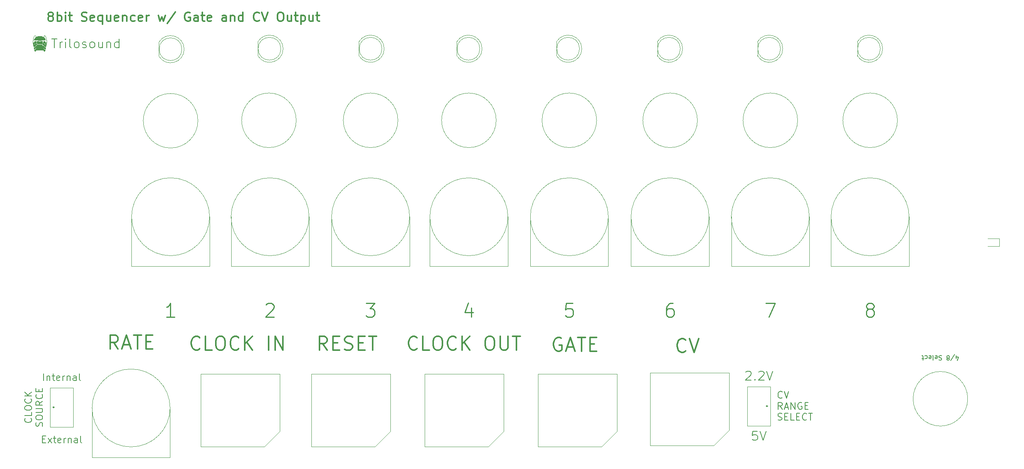
<source format=gbr>
%TF.GenerationSoftware,KiCad,Pcbnew,(6.0.0-0)*%
%TF.CreationDate,2022-11-09T21:30:40-05:00*%
%TF.ProjectId,SEQUENCER,53455155-454e-4434-9552-2e6b69636164,rev?*%
%TF.SameCoordinates,Original*%
%TF.FileFunction,Legend,Top*%
%TF.FilePolarity,Positive*%
%FSLAX46Y46*%
G04 Gerber Fmt 4.6, Leading zero omitted, Abs format (unit mm)*
G04 Created by KiCad (PCBNEW (6.0.0-0)) date 2022-11-09 21:30:40*
%MOMM*%
%LPD*%
G01*
G04 APERTURE LIST*
%ADD10C,0.250000*%
%ADD11C,0.300000*%
%ADD12C,0.150000*%
%ADD13C,0.200000*%
%ADD14C,0.120000*%
%ADD15C,0.013229*%
%ADD16C,0.230000*%
G04 APERTURE END LIST*
D10*
X153616857Y-133102357D02*
X153759714Y-132959500D01*
X154045428Y-132816642D01*
X154759714Y-132816642D01*
X155045428Y-132959500D01*
X155188285Y-133102357D01*
X155331142Y-133388071D01*
X155331142Y-133673785D01*
X155188285Y-134102357D01*
X153474000Y-135816642D01*
X155331142Y-135816642D01*
D11*
X218465338Y-140486000D02*
X218179623Y-140343142D01*
X217751052Y-140343142D01*
X217322480Y-140486000D01*
X217036766Y-140771714D01*
X216893909Y-141057428D01*
X216751052Y-141628857D01*
X216751052Y-142057428D01*
X216893909Y-142628857D01*
X217036766Y-142914571D01*
X217322480Y-143200285D01*
X217751052Y-143343142D01*
X218036766Y-143343142D01*
X218465338Y-143200285D01*
X218608195Y-143057428D01*
X218608195Y-142057428D01*
X218036766Y-142057428D01*
X219751052Y-142486000D02*
X221179623Y-142486000D01*
X219465338Y-143343142D02*
X220465338Y-140343142D01*
X221465338Y-143343142D01*
X222036766Y-140343142D02*
X223751052Y-140343142D01*
X222893909Y-143343142D02*
X222893909Y-140343142D01*
X224751052Y-141771714D02*
X225751052Y-141771714D01*
X226179623Y-143343142D02*
X224751052Y-143343142D01*
X224751052Y-140343142D01*
X226179623Y-140343142D01*
D10*
X133475142Y-135816642D02*
X131760857Y-135816642D01*
X132618000Y-135816642D02*
X132618000Y-132816642D01*
X132332285Y-133245214D01*
X132046571Y-133530928D01*
X131760857Y-133673785D01*
D11*
X245768857Y-143311428D02*
X245626000Y-143454285D01*
X245197428Y-143597142D01*
X244911714Y-143597142D01*
X244483142Y-143454285D01*
X244197428Y-143168571D01*
X244054571Y-142882857D01*
X243911714Y-142311428D01*
X243911714Y-141882857D01*
X244054571Y-141311428D01*
X244197428Y-141025714D01*
X244483142Y-140740000D01*
X244911714Y-140597142D01*
X245197428Y-140597142D01*
X245626000Y-140740000D01*
X245768857Y-140882857D01*
X246626000Y-140597142D02*
X247626000Y-143597142D01*
X248626000Y-140597142D01*
D10*
X220932285Y-132816642D02*
X219503714Y-132816642D01*
X219360857Y-134245214D01*
X219503714Y-134102357D01*
X219789428Y-133959500D01*
X220503714Y-133959500D01*
X220789428Y-134102357D01*
X220932285Y-134245214D01*
X221075142Y-134530928D01*
X221075142Y-135245214D01*
X220932285Y-135530928D01*
X220789428Y-135673785D01*
X220503714Y-135816642D01*
X219789428Y-135816642D01*
X219503714Y-135673785D01*
X219360857Y-135530928D01*
X286026285Y-134102357D02*
X285740571Y-133959500D01*
X285597714Y-133816642D01*
X285454857Y-133530928D01*
X285454857Y-133388071D01*
X285597714Y-133102357D01*
X285740571Y-132959500D01*
X286026285Y-132816642D01*
X286597714Y-132816642D01*
X286883428Y-132959500D01*
X287026285Y-133102357D01*
X287169142Y-133388071D01*
X287169142Y-133530928D01*
X287026285Y-133816642D01*
X286883428Y-133959500D01*
X286597714Y-134102357D01*
X286026285Y-134102357D01*
X285740571Y-134245214D01*
X285597714Y-134388071D01*
X285454857Y-134673785D01*
X285454857Y-135245214D01*
X285597714Y-135530928D01*
X285740571Y-135673785D01*
X286026285Y-135816642D01*
X286597714Y-135816642D01*
X286883428Y-135673785D01*
X287026285Y-135530928D01*
X287169142Y-135245214D01*
X287169142Y-134673785D01*
X287026285Y-134388071D01*
X286883428Y-134245214D01*
X286597714Y-134102357D01*
D12*
X104747714Y-149776571D02*
X104747714Y-148276571D01*
X105462000Y-148776571D02*
X105462000Y-149776571D01*
X105462000Y-148919428D02*
X105533428Y-148848000D01*
X105676285Y-148776571D01*
X105890571Y-148776571D01*
X106033428Y-148848000D01*
X106104857Y-148990857D01*
X106104857Y-149776571D01*
X106604857Y-148776571D02*
X107176285Y-148776571D01*
X106819142Y-148276571D02*
X106819142Y-149562285D01*
X106890571Y-149705142D01*
X107033428Y-149776571D01*
X107176285Y-149776571D01*
X108247714Y-149705142D02*
X108104857Y-149776571D01*
X107819142Y-149776571D01*
X107676285Y-149705142D01*
X107604857Y-149562285D01*
X107604857Y-148990857D01*
X107676285Y-148848000D01*
X107819142Y-148776571D01*
X108104857Y-148776571D01*
X108247714Y-148848000D01*
X108319142Y-148990857D01*
X108319142Y-149133714D01*
X107604857Y-149276571D01*
X108962000Y-149776571D02*
X108962000Y-148776571D01*
X108962000Y-149062285D02*
X109033428Y-148919428D01*
X109104857Y-148848000D01*
X109247714Y-148776571D01*
X109390571Y-148776571D01*
X109890571Y-148776571D02*
X109890571Y-149776571D01*
X109890571Y-148919428D02*
X109962000Y-148848000D01*
X110104857Y-148776571D01*
X110319142Y-148776571D01*
X110462000Y-148848000D01*
X110533428Y-148990857D01*
X110533428Y-149776571D01*
X111890571Y-149776571D02*
X111890571Y-148990857D01*
X111819142Y-148848000D01*
X111676285Y-148776571D01*
X111390571Y-148776571D01*
X111247714Y-148848000D01*
X111890571Y-149705142D02*
X111747714Y-149776571D01*
X111390571Y-149776571D01*
X111247714Y-149705142D01*
X111176285Y-149562285D01*
X111176285Y-149419428D01*
X111247714Y-149276571D01*
X111390571Y-149205142D01*
X111747714Y-149205142D01*
X111890571Y-149133714D01*
X112819142Y-149776571D02*
X112676285Y-149705142D01*
X112604857Y-149562285D01*
X112604857Y-148276571D01*
D11*
X139034285Y-142803428D02*
X138891428Y-142946285D01*
X138462857Y-143089142D01*
X138177142Y-143089142D01*
X137748571Y-142946285D01*
X137462857Y-142660571D01*
X137320000Y-142374857D01*
X137177142Y-141803428D01*
X137177142Y-141374857D01*
X137320000Y-140803428D01*
X137462857Y-140517714D01*
X137748571Y-140232000D01*
X138177142Y-140089142D01*
X138462857Y-140089142D01*
X138891428Y-140232000D01*
X139034285Y-140374857D01*
X141748571Y-143089142D02*
X140320000Y-143089142D01*
X140320000Y-140089142D01*
X143320000Y-140089142D02*
X143891428Y-140089142D01*
X144177142Y-140232000D01*
X144462857Y-140517714D01*
X144605714Y-141089142D01*
X144605714Y-142089142D01*
X144462857Y-142660571D01*
X144177142Y-142946285D01*
X143891428Y-143089142D01*
X143320000Y-143089142D01*
X143034285Y-142946285D01*
X142748571Y-142660571D01*
X142605714Y-142089142D01*
X142605714Y-141089142D01*
X142748571Y-140517714D01*
X143034285Y-140232000D01*
X143320000Y-140089142D01*
X147605714Y-142803428D02*
X147462857Y-142946285D01*
X147034285Y-143089142D01*
X146748571Y-143089142D01*
X146320000Y-142946285D01*
X146034285Y-142660571D01*
X145891428Y-142374857D01*
X145748571Y-141803428D01*
X145748571Y-141374857D01*
X145891428Y-140803428D01*
X146034285Y-140517714D01*
X146320000Y-140232000D01*
X146748571Y-140089142D01*
X147034285Y-140089142D01*
X147462857Y-140232000D01*
X147605714Y-140374857D01*
X148891428Y-143089142D02*
X148891428Y-140089142D01*
X150605714Y-143089142D02*
X149320000Y-141374857D01*
X150605714Y-140089142D02*
X148891428Y-141803428D01*
X154177142Y-143089142D02*
X154177142Y-140089142D01*
X155605714Y-143089142D02*
X155605714Y-140089142D01*
X157320000Y-143089142D01*
X157320000Y-140089142D01*
X106112904Y-69611904D02*
X105922428Y-69516666D01*
X105827190Y-69421428D01*
X105731952Y-69230952D01*
X105731952Y-69135714D01*
X105827190Y-68945238D01*
X105922428Y-68850000D01*
X106112904Y-68754761D01*
X106493857Y-68754761D01*
X106684333Y-68850000D01*
X106779571Y-68945238D01*
X106874809Y-69135714D01*
X106874809Y-69230952D01*
X106779571Y-69421428D01*
X106684333Y-69516666D01*
X106493857Y-69611904D01*
X106112904Y-69611904D01*
X105922428Y-69707142D01*
X105827190Y-69802380D01*
X105731952Y-69992857D01*
X105731952Y-70373809D01*
X105827190Y-70564285D01*
X105922428Y-70659523D01*
X106112904Y-70754761D01*
X106493857Y-70754761D01*
X106684333Y-70659523D01*
X106779571Y-70564285D01*
X106874809Y-70373809D01*
X106874809Y-69992857D01*
X106779571Y-69802380D01*
X106684333Y-69707142D01*
X106493857Y-69611904D01*
X107731952Y-70754761D02*
X107731952Y-68754761D01*
X107731952Y-69516666D02*
X107922428Y-69421428D01*
X108303380Y-69421428D01*
X108493857Y-69516666D01*
X108589095Y-69611904D01*
X108684333Y-69802380D01*
X108684333Y-70373809D01*
X108589095Y-70564285D01*
X108493857Y-70659523D01*
X108303380Y-70754761D01*
X107922428Y-70754761D01*
X107731952Y-70659523D01*
X109541476Y-70754761D02*
X109541476Y-69421428D01*
X109541476Y-68754761D02*
X109446238Y-68850000D01*
X109541476Y-68945238D01*
X109636714Y-68850000D01*
X109541476Y-68754761D01*
X109541476Y-68945238D01*
X110208142Y-69421428D02*
X110970047Y-69421428D01*
X110493857Y-68754761D02*
X110493857Y-70469047D01*
X110589095Y-70659523D01*
X110779571Y-70754761D01*
X110970047Y-70754761D01*
X113065285Y-70659523D02*
X113351000Y-70754761D01*
X113827190Y-70754761D01*
X114017666Y-70659523D01*
X114112904Y-70564285D01*
X114208142Y-70373809D01*
X114208142Y-70183333D01*
X114112904Y-69992857D01*
X114017666Y-69897619D01*
X113827190Y-69802380D01*
X113446238Y-69707142D01*
X113255761Y-69611904D01*
X113160523Y-69516666D01*
X113065285Y-69326190D01*
X113065285Y-69135714D01*
X113160523Y-68945238D01*
X113255761Y-68850000D01*
X113446238Y-68754761D01*
X113922428Y-68754761D01*
X114208142Y-68850000D01*
X115827190Y-70659523D02*
X115636714Y-70754761D01*
X115255761Y-70754761D01*
X115065285Y-70659523D01*
X114970047Y-70469047D01*
X114970047Y-69707142D01*
X115065285Y-69516666D01*
X115255761Y-69421428D01*
X115636714Y-69421428D01*
X115827190Y-69516666D01*
X115922428Y-69707142D01*
X115922428Y-69897619D01*
X114970047Y-70088095D01*
X117636714Y-69421428D02*
X117636714Y-71421428D01*
X117636714Y-70659523D02*
X117446238Y-70754761D01*
X117065285Y-70754761D01*
X116874809Y-70659523D01*
X116779571Y-70564285D01*
X116684333Y-70373809D01*
X116684333Y-69802380D01*
X116779571Y-69611904D01*
X116874809Y-69516666D01*
X117065285Y-69421428D01*
X117446238Y-69421428D01*
X117636714Y-69516666D01*
X119446238Y-69421428D02*
X119446238Y-70754761D01*
X118589095Y-69421428D02*
X118589095Y-70469047D01*
X118684333Y-70659523D01*
X118874809Y-70754761D01*
X119160523Y-70754761D01*
X119351000Y-70659523D01*
X119446238Y-70564285D01*
X121160523Y-70659523D02*
X120970047Y-70754761D01*
X120589095Y-70754761D01*
X120398619Y-70659523D01*
X120303380Y-70469047D01*
X120303380Y-69707142D01*
X120398619Y-69516666D01*
X120589095Y-69421428D01*
X120970047Y-69421428D01*
X121160523Y-69516666D01*
X121255761Y-69707142D01*
X121255761Y-69897619D01*
X120303380Y-70088095D01*
X122112904Y-69421428D02*
X122112904Y-70754761D01*
X122112904Y-69611904D02*
X122208142Y-69516666D01*
X122398619Y-69421428D01*
X122684333Y-69421428D01*
X122874809Y-69516666D01*
X122970047Y-69707142D01*
X122970047Y-70754761D01*
X124779571Y-70659523D02*
X124589095Y-70754761D01*
X124208142Y-70754761D01*
X124017666Y-70659523D01*
X123922428Y-70564285D01*
X123827190Y-70373809D01*
X123827190Y-69802380D01*
X123922428Y-69611904D01*
X124017666Y-69516666D01*
X124208142Y-69421428D01*
X124589095Y-69421428D01*
X124779571Y-69516666D01*
X126398619Y-70659523D02*
X126208142Y-70754761D01*
X125827190Y-70754761D01*
X125636714Y-70659523D01*
X125541476Y-70469047D01*
X125541476Y-69707142D01*
X125636714Y-69516666D01*
X125827190Y-69421428D01*
X126208142Y-69421428D01*
X126398619Y-69516666D01*
X126493857Y-69707142D01*
X126493857Y-69897619D01*
X125541476Y-70088095D01*
X127351000Y-70754761D02*
X127351000Y-69421428D01*
X127351000Y-69802380D02*
X127446238Y-69611904D01*
X127541476Y-69516666D01*
X127731952Y-69421428D01*
X127922428Y-69421428D01*
X129922428Y-69421428D02*
X130303380Y-70754761D01*
X130684333Y-69802380D01*
X131065285Y-70754761D01*
X131446238Y-69421428D01*
X133636714Y-68659523D02*
X131922428Y-71230952D01*
X136874809Y-68850000D02*
X136684333Y-68754761D01*
X136398619Y-68754761D01*
X136112904Y-68850000D01*
X135922428Y-69040476D01*
X135827190Y-69230952D01*
X135731952Y-69611904D01*
X135731952Y-69897619D01*
X135827190Y-70278571D01*
X135922428Y-70469047D01*
X136112904Y-70659523D01*
X136398619Y-70754761D01*
X136589095Y-70754761D01*
X136874809Y-70659523D01*
X136970047Y-70564285D01*
X136970047Y-69897619D01*
X136589095Y-69897619D01*
X138684333Y-70754761D02*
X138684333Y-69707142D01*
X138589095Y-69516666D01*
X138398619Y-69421428D01*
X138017666Y-69421428D01*
X137827190Y-69516666D01*
X138684333Y-70659523D02*
X138493857Y-70754761D01*
X138017666Y-70754761D01*
X137827190Y-70659523D01*
X137731952Y-70469047D01*
X137731952Y-70278571D01*
X137827190Y-70088095D01*
X138017666Y-69992857D01*
X138493857Y-69992857D01*
X138684333Y-69897619D01*
X139351000Y-69421428D02*
X140112904Y-69421428D01*
X139636714Y-68754761D02*
X139636714Y-70469047D01*
X139731952Y-70659523D01*
X139922428Y-70754761D01*
X140112904Y-70754761D01*
X141541476Y-70659523D02*
X141351000Y-70754761D01*
X140970047Y-70754761D01*
X140779571Y-70659523D01*
X140684333Y-70469047D01*
X140684333Y-69707142D01*
X140779571Y-69516666D01*
X140970047Y-69421428D01*
X141351000Y-69421428D01*
X141541476Y-69516666D01*
X141636714Y-69707142D01*
X141636714Y-69897619D01*
X140684333Y-70088095D01*
X144874809Y-70754761D02*
X144874809Y-69707142D01*
X144779571Y-69516666D01*
X144589095Y-69421428D01*
X144208142Y-69421428D01*
X144017666Y-69516666D01*
X144874809Y-70659523D02*
X144684333Y-70754761D01*
X144208142Y-70754761D01*
X144017666Y-70659523D01*
X143922428Y-70469047D01*
X143922428Y-70278571D01*
X144017666Y-70088095D01*
X144208142Y-69992857D01*
X144684333Y-69992857D01*
X144874809Y-69897619D01*
X145827190Y-69421428D02*
X145827190Y-70754761D01*
X145827190Y-69611904D02*
X145922428Y-69516666D01*
X146112904Y-69421428D01*
X146398619Y-69421428D01*
X146589095Y-69516666D01*
X146684333Y-69707142D01*
X146684333Y-70754761D01*
X148493857Y-70754761D02*
X148493857Y-68754761D01*
X148493857Y-70659523D02*
X148303380Y-70754761D01*
X147922428Y-70754761D01*
X147731952Y-70659523D01*
X147636714Y-70564285D01*
X147541476Y-70373809D01*
X147541476Y-69802380D01*
X147636714Y-69611904D01*
X147731952Y-69516666D01*
X147922428Y-69421428D01*
X148303380Y-69421428D01*
X148493857Y-69516666D01*
X152112904Y-70564285D02*
X152017666Y-70659523D01*
X151731952Y-70754761D01*
X151541476Y-70754761D01*
X151255761Y-70659523D01*
X151065285Y-70469047D01*
X150970047Y-70278571D01*
X150874809Y-69897619D01*
X150874809Y-69611904D01*
X150970047Y-69230952D01*
X151065285Y-69040476D01*
X151255761Y-68850000D01*
X151541476Y-68754761D01*
X151731952Y-68754761D01*
X152017666Y-68850000D01*
X152112904Y-68945238D01*
X152684333Y-68754761D02*
X153350999Y-70754761D01*
X154017666Y-68754761D01*
X156589095Y-68754761D02*
X156970047Y-68754761D01*
X157160523Y-68850000D01*
X157350999Y-69040476D01*
X157446238Y-69421428D01*
X157446238Y-70088095D01*
X157350999Y-70469047D01*
X157160523Y-70659523D01*
X156970047Y-70754761D01*
X156589095Y-70754761D01*
X156398619Y-70659523D01*
X156208142Y-70469047D01*
X156112904Y-70088095D01*
X156112904Y-69421428D01*
X156208142Y-69040476D01*
X156398619Y-68850000D01*
X156589095Y-68754761D01*
X159160523Y-69421428D02*
X159160523Y-70754761D01*
X158303380Y-69421428D02*
X158303380Y-70469047D01*
X158398619Y-70659523D01*
X158589095Y-70754761D01*
X158874809Y-70754761D01*
X159065285Y-70659523D01*
X159160523Y-70564285D01*
X159827190Y-69421428D02*
X160589095Y-69421428D01*
X160112904Y-68754761D02*
X160112904Y-70469047D01*
X160208142Y-70659523D01*
X160398619Y-70754761D01*
X160589095Y-70754761D01*
X161255761Y-69421428D02*
X161255761Y-71421428D01*
X161255761Y-69516666D02*
X161446238Y-69421428D01*
X161827190Y-69421428D01*
X162017666Y-69516666D01*
X162112904Y-69611904D01*
X162208142Y-69802380D01*
X162208142Y-70373809D01*
X162112904Y-70564285D01*
X162017666Y-70659523D01*
X161827190Y-70754761D01*
X161446238Y-70754761D01*
X161255761Y-70659523D01*
X163922428Y-69421428D02*
X163922428Y-70754761D01*
X163065285Y-69421428D02*
X163065285Y-70469047D01*
X163160523Y-70659523D01*
X163350999Y-70754761D01*
X163636714Y-70754761D01*
X163827190Y-70659523D01*
X163922428Y-70564285D01*
X164589095Y-69421428D02*
X165350999Y-69421428D01*
X164874809Y-68754761D02*
X164874809Y-70469047D01*
X164970047Y-70659523D01*
X165160523Y-70754761D01*
X165350999Y-70754761D01*
D10*
X198733428Y-133816642D02*
X198733428Y-135816642D01*
X198019142Y-132673785D02*
X197304857Y-134816642D01*
X199162000Y-134816642D01*
X175560000Y-132816642D02*
X177417142Y-132816642D01*
X176417142Y-133959500D01*
X176845714Y-133959500D01*
X177131428Y-134102357D01*
X177274285Y-134245214D01*
X177417142Y-134530928D01*
X177417142Y-135245214D01*
X177274285Y-135530928D01*
X177131428Y-135673785D01*
X176845714Y-135816642D01*
X175988571Y-135816642D01*
X175702857Y-135673785D01*
X175560000Y-135530928D01*
D11*
X167024859Y-143089142D02*
X166024859Y-141660571D01*
X165310573Y-143089142D02*
X165310573Y-140089142D01*
X166453430Y-140089142D01*
X166739144Y-140232000D01*
X166882002Y-140374857D01*
X167024859Y-140660571D01*
X167024859Y-141089142D01*
X166882002Y-141374857D01*
X166739144Y-141517714D01*
X166453430Y-141660571D01*
X165310573Y-141660571D01*
X168310573Y-141517714D02*
X169310573Y-141517714D01*
X169739144Y-143089142D02*
X168310573Y-143089142D01*
X168310573Y-140089142D01*
X169739144Y-140089142D01*
X170882002Y-142946285D02*
X171310573Y-143089142D01*
X172024859Y-143089142D01*
X172310573Y-142946285D01*
X172453430Y-142803428D01*
X172596287Y-142517714D01*
X172596287Y-142232000D01*
X172453430Y-141946285D01*
X172310573Y-141803428D01*
X172024859Y-141660571D01*
X171453430Y-141517714D01*
X171167716Y-141374857D01*
X171024859Y-141232000D01*
X170882002Y-140946285D01*
X170882002Y-140660571D01*
X171024859Y-140374857D01*
X171167716Y-140232000D01*
X171453430Y-140089142D01*
X172167716Y-140089142D01*
X172596287Y-140232000D01*
X173882002Y-141517714D02*
X174882002Y-141517714D01*
X175310573Y-143089142D02*
X173882002Y-143089142D01*
X173882002Y-140089142D01*
X175310573Y-140089142D01*
X176167716Y-140089142D02*
X177882002Y-140089142D01*
X177024859Y-143089142D02*
X177024859Y-140089142D01*
D12*
X101944214Y-158130571D02*
X102015642Y-158202000D01*
X102087071Y-158416285D01*
X102087071Y-158559142D01*
X102015642Y-158773428D01*
X101872785Y-158916285D01*
X101729928Y-158987714D01*
X101444214Y-159059142D01*
X101229928Y-159059142D01*
X100944214Y-158987714D01*
X100801357Y-158916285D01*
X100658500Y-158773428D01*
X100587071Y-158559142D01*
X100587071Y-158416285D01*
X100658500Y-158202000D01*
X100729928Y-158130571D01*
X102087071Y-156773428D02*
X102087071Y-157487714D01*
X100587071Y-157487714D01*
X100587071Y-155987714D02*
X100587071Y-155702000D01*
X100658500Y-155559142D01*
X100801357Y-155416285D01*
X101087071Y-155344857D01*
X101587071Y-155344857D01*
X101872785Y-155416285D01*
X102015642Y-155559142D01*
X102087071Y-155702000D01*
X102087071Y-155987714D01*
X102015642Y-156130571D01*
X101872785Y-156273428D01*
X101587071Y-156344857D01*
X101087071Y-156344857D01*
X100801357Y-156273428D01*
X100658500Y-156130571D01*
X100587071Y-155987714D01*
X101944214Y-153844857D02*
X102015642Y-153916285D01*
X102087071Y-154130571D01*
X102087071Y-154273428D01*
X102015642Y-154487714D01*
X101872785Y-154630571D01*
X101729928Y-154702000D01*
X101444214Y-154773428D01*
X101229928Y-154773428D01*
X100944214Y-154702000D01*
X100801357Y-154630571D01*
X100658500Y-154487714D01*
X100587071Y-154273428D01*
X100587071Y-154130571D01*
X100658500Y-153916285D01*
X100729928Y-153844857D01*
X102087071Y-153202000D02*
X100587071Y-153202000D01*
X102087071Y-152344857D02*
X101229928Y-152987714D01*
X100587071Y-152344857D02*
X101444214Y-153202000D01*
X104430642Y-159880571D02*
X104502071Y-159666285D01*
X104502071Y-159309142D01*
X104430642Y-159166285D01*
X104359214Y-159094857D01*
X104216357Y-159023428D01*
X104073500Y-159023428D01*
X103930642Y-159094857D01*
X103859214Y-159166285D01*
X103787785Y-159309142D01*
X103716357Y-159594857D01*
X103644928Y-159737714D01*
X103573500Y-159809142D01*
X103430642Y-159880571D01*
X103287785Y-159880571D01*
X103144928Y-159809142D01*
X103073500Y-159737714D01*
X103002071Y-159594857D01*
X103002071Y-159237714D01*
X103073500Y-159023428D01*
X103002071Y-158094857D02*
X103002071Y-157809142D01*
X103073500Y-157666285D01*
X103216357Y-157523428D01*
X103502071Y-157452000D01*
X104002071Y-157452000D01*
X104287785Y-157523428D01*
X104430642Y-157666285D01*
X104502071Y-157809142D01*
X104502071Y-158094857D01*
X104430642Y-158237714D01*
X104287785Y-158380571D01*
X104002071Y-158452000D01*
X103502071Y-158452000D01*
X103216357Y-158380571D01*
X103073500Y-158237714D01*
X103002071Y-158094857D01*
X103002071Y-156809142D02*
X104216357Y-156809142D01*
X104359214Y-156737714D01*
X104430642Y-156666285D01*
X104502071Y-156523428D01*
X104502071Y-156237714D01*
X104430642Y-156094857D01*
X104359214Y-156023428D01*
X104216357Y-155952000D01*
X103002071Y-155952000D01*
X104502071Y-154380571D02*
X103787785Y-154880571D01*
X104502071Y-155237714D02*
X103002071Y-155237714D01*
X103002071Y-154666285D01*
X103073500Y-154523428D01*
X103144928Y-154452000D01*
X103287785Y-154380571D01*
X103502071Y-154380571D01*
X103644928Y-154452000D01*
X103716357Y-154523428D01*
X103787785Y-154666285D01*
X103787785Y-155237714D01*
X104359214Y-152880571D02*
X104430642Y-152952000D01*
X104502071Y-153166285D01*
X104502071Y-153309142D01*
X104430642Y-153523428D01*
X104287785Y-153666285D01*
X104144928Y-153737714D01*
X103859214Y-153809142D01*
X103644928Y-153809142D01*
X103359214Y-153737714D01*
X103216357Y-153666285D01*
X103073500Y-153523428D01*
X103002071Y-153309142D01*
X103002071Y-153166285D01*
X103073500Y-152952000D01*
X103144928Y-152880571D01*
X103716357Y-152237714D02*
X103716357Y-151737714D01*
X104502071Y-151523428D02*
X104502071Y-152237714D01*
X103002071Y-152237714D01*
X103002071Y-151523428D01*
D10*
X263384000Y-132816642D02*
X265384000Y-132816642D01*
X264098285Y-135816642D01*
D13*
X261493047Y-160956761D02*
X260540666Y-160956761D01*
X260445428Y-161909142D01*
X260540666Y-161813904D01*
X260731142Y-161718666D01*
X261207333Y-161718666D01*
X261397809Y-161813904D01*
X261493047Y-161909142D01*
X261588285Y-162099619D01*
X261588285Y-162575809D01*
X261493047Y-162766285D01*
X261397809Y-162861523D01*
X261207333Y-162956761D01*
X260731142Y-162956761D01*
X260540666Y-162861523D01*
X260445428Y-162766285D01*
X262159714Y-160956761D02*
X262826380Y-162956761D01*
X263493047Y-160956761D01*
D11*
X121094857Y-142835142D02*
X120094857Y-141406571D01*
X119380571Y-142835142D02*
X119380571Y-139835142D01*
X120523428Y-139835142D01*
X120809142Y-139978000D01*
X120952000Y-140120857D01*
X121094857Y-140406571D01*
X121094857Y-140835142D01*
X120952000Y-141120857D01*
X120809142Y-141263714D01*
X120523428Y-141406571D01*
X119380571Y-141406571D01*
X122237714Y-141978000D02*
X123666285Y-141978000D01*
X121952000Y-142835142D02*
X122952000Y-139835142D01*
X123952000Y-142835142D01*
X124523428Y-139835142D02*
X126237714Y-139835142D01*
X125380571Y-142835142D02*
X125380571Y-139835142D01*
X127237714Y-141263714D02*
X128237714Y-141263714D01*
X128666285Y-142835142D02*
X127237714Y-142835142D01*
X127237714Y-139835142D01*
X128666285Y-139835142D01*
D12*
X104497714Y-162706857D02*
X104997714Y-162706857D01*
X105212000Y-163492571D02*
X104497714Y-163492571D01*
X104497714Y-161992571D01*
X105212000Y-161992571D01*
X105712000Y-163492571D02*
X106497714Y-162492571D01*
X105712000Y-162492571D02*
X106497714Y-163492571D01*
X106854857Y-162492571D02*
X107426285Y-162492571D01*
X107069142Y-161992571D02*
X107069142Y-163278285D01*
X107140571Y-163421142D01*
X107283428Y-163492571D01*
X107426285Y-163492571D01*
X108497714Y-163421142D02*
X108354857Y-163492571D01*
X108069142Y-163492571D01*
X107926285Y-163421142D01*
X107854857Y-163278285D01*
X107854857Y-162706857D01*
X107926285Y-162564000D01*
X108069142Y-162492571D01*
X108354857Y-162492571D01*
X108497714Y-162564000D01*
X108569142Y-162706857D01*
X108569142Y-162849714D01*
X107854857Y-162992571D01*
X109212000Y-163492571D02*
X109212000Y-162492571D01*
X109212000Y-162778285D02*
X109283428Y-162635428D01*
X109354857Y-162564000D01*
X109497714Y-162492571D01*
X109640571Y-162492571D01*
X110140571Y-162492571D02*
X110140571Y-163492571D01*
X110140571Y-162635428D02*
X110212000Y-162564000D01*
X110354857Y-162492571D01*
X110569142Y-162492571D01*
X110712000Y-162564000D01*
X110783428Y-162706857D01*
X110783428Y-163492571D01*
X112140571Y-163492571D02*
X112140571Y-162706857D01*
X112069142Y-162564000D01*
X111926285Y-162492571D01*
X111640571Y-162492571D01*
X111497714Y-162564000D01*
X112140571Y-163421142D02*
X111997714Y-163492571D01*
X111640571Y-163492571D01*
X111497714Y-163421142D01*
X111426285Y-163278285D01*
X111426285Y-163135428D01*
X111497714Y-162992571D01*
X111640571Y-162921142D01*
X111997714Y-162921142D01*
X112140571Y-162849714D01*
X113069142Y-163492571D02*
X112926285Y-163421142D01*
X112854857Y-163278285D01*
X112854857Y-161992571D01*
D13*
X259016857Y-147939238D02*
X259112095Y-147844000D01*
X259302571Y-147748761D01*
X259778761Y-147748761D01*
X259969238Y-147844000D01*
X260064476Y-147939238D01*
X260159714Y-148129714D01*
X260159714Y-148320190D01*
X260064476Y-148605904D01*
X258921619Y-149748761D01*
X260159714Y-149748761D01*
X261016857Y-149558285D02*
X261112095Y-149653523D01*
X261016857Y-149748761D01*
X260921619Y-149653523D01*
X261016857Y-149558285D01*
X261016857Y-149748761D01*
X261874000Y-147939238D02*
X261969238Y-147844000D01*
X262159714Y-147748761D01*
X262635904Y-147748761D01*
X262826380Y-147844000D01*
X262921619Y-147939238D01*
X263016857Y-148129714D01*
X263016857Y-148320190D01*
X262921619Y-148605904D01*
X261778761Y-149748761D01*
X263016857Y-149748761D01*
X263588285Y-147748761D02*
X264254952Y-149748761D01*
X264921619Y-147748761D01*
D12*
X106522190Y-74596761D02*
X107665047Y-74596761D01*
X107093619Y-76596761D02*
X107093619Y-74596761D01*
X108331714Y-76596761D02*
X108331714Y-75263428D01*
X108331714Y-75644380D02*
X108426952Y-75453904D01*
X108522190Y-75358666D01*
X108712666Y-75263428D01*
X108903142Y-75263428D01*
X109569809Y-76596761D02*
X109569809Y-75263428D01*
X109569809Y-74596761D02*
X109474571Y-74692000D01*
X109569809Y-74787238D01*
X109665047Y-74692000D01*
X109569809Y-74596761D01*
X109569809Y-74787238D01*
X110807904Y-76596761D02*
X110617428Y-76501523D01*
X110522190Y-76311047D01*
X110522190Y-74596761D01*
X111855523Y-76596761D02*
X111665047Y-76501523D01*
X111569809Y-76406285D01*
X111474571Y-76215809D01*
X111474571Y-75644380D01*
X111569809Y-75453904D01*
X111665047Y-75358666D01*
X111855523Y-75263428D01*
X112141238Y-75263428D01*
X112331714Y-75358666D01*
X112426952Y-75453904D01*
X112522190Y-75644380D01*
X112522190Y-76215809D01*
X112426952Y-76406285D01*
X112331714Y-76501523D01*
X112141238Y-76596761D01*
X111855523Y-76596761D01*
X113284095Y-76501523D02*
X113474571Y-76596761D01*
X113855523Y-76596761D01*
X114046000Y-76501523D01*
X114141238Y-76311047D01*
X114141238Y-76215809D01*
X114046000Y-76025333D01*
X113855523Y-75930095D01*
X113569809Y-75930095D01*
X113379333Y-75834857D01*
X113284095Y-75644380D01*
X113284095Y-75549142D01*
X113379333Y-75358666D01*
X113569809Y-75263428D01*
X113855523Y-75263428D01*
X114046000Y-75358666D01*
X115284095Y-76596761D02*
X115093619Y-76501523D01*
X114998380Y-76406285D01*
X114903142Y-76215809D01*
X114903142Y-75644380D01*
X114998380Y-75453904D01*
X115093619Y-75358666D01*
X115284095Y-75263428D01*
X115569809Y-75263428D01*
X115760285Y-75358666D01*
X115855523Y-75453904D01*
X115950761Y-75644380D01*
X115950761Y-76215809D01*
X115855523Y-76406285D01*
X115760285Y-76501523D01*
X115569809Y-76596761D01*
X115284095Y-76596761D01*
X117665047Y-75263428D02*
X117665047Y-76596761D01*
X116807904Y-75263428D02*
X116807904Y-76311047D01*
X116903142Y-76501523D01*
X117093619Y-76596761D01*
X117379333Y-76596761D01*
X117569809Y-76501523D01*
X117665047Y-76406285D01*
X118617428Y-75263428D02*
X118617428Y-76596761D01*
X118617428Y-75453904D02*
X118712666Y-75358666D01*
X118903142Y-75263428D01*
X119188857Y-75263428D01*
X119379333Y-75358666D01*
X119474571Y-75549142D01*
X119474571Y-76596761D01*
X121284095Y-76596761D02*
X121284095Y-74596761D01*
X121284095Y-76501523D02*
X121093619Y-76596761D01*
X120712666Y-76596761D01*
X120522190Y-76501523D01*
X120426952Y-76406285D01*
X120331714Y-76215809D01*
X120331714Y-75644380D01*
X120426952Y-75453904D01*
X120522190Y-75358666D01*
X120712666Y-75263428D01*
X121093619Y-75263428D01*
X121284095Y-75358666D01*
D10*
X242941428Y-132816642D02*
X242370000Y-132816642D01*
X242084285Y-132959500D01*
X241941428Y-133102357D01*
X241655714Y-133530928D01*
X241512857Y-134102357D01*
X241512857Y-135245214D01*
X241655714Y-135530928D01*
X241798571Y-135673785D01*
X242084285Y-135816642D01*
X242655714Y-135816642D01*
X242941428Y-135673785D01*
X243084285Y-135530928D01*
X243227142Y-135245214D01*
X243227142Y-134530928D01*
X243084285Y-134245214D01*
X242941428Y-134102357D01*
X242655714Y-133959500D01*
X242084285Y-133959500D01*
X241798571Y-134102357D01*
X241655714Y-134245214D01*
X241512857Y-134530928D01*
D11*
X186772955Y-142803428D02*
X186630098Y-142946285D01*
X186201527Y-143089142D01*
X185915812Y-143089142D01*
X185487241Y-142946285D01*
X185201527Y-142660571D01*
X185058670Y-142374857D01*
X184915812Y-141803428D01*
X184915812Y-141374857D01*
X185058670Y-140803428D01*
X185201527Y-140517714D01*
X185487241Y-140232000D01*
X185915812Y-140089142D01*
X186201527Y-140089142D01*
X186630098Y-140232000D01*
X186772955Y-140374857D01*
X189487241Y-143089142D02*
X188058670Y-143089142D01*
X188058670Y-140089142D01*
X191058670Y-140089142D02*
X191630098Y-140089142D01*
X191915812Y-140232000D01*
X192201527Y-140517714D01*
X192344384Y-141089142D01*
X192344384Y-142089142D01*
X192201527Y-142660571D01*
X191915812Y-142946285D01*
X191630098Y-143089142D01*
X191058670Y-143089142D01*
X190772955Y-142946285D01*
X190487241Y-142660571D01*
X190344384Y-142089142D01*
X190344384Y-141089142D01*
X190487241Y-140517714D01*
X190772955Y-140232000D01*
X191058670Y-140089142D01*
X195344384Y-142803428D02*
X195201527Y-142946285D01*
X194772955Y-143089142D01*
X194487241Y-143089142D01*
X194058670Y-142946285D01*
X193772955Y-142660571D01*
X193630098Y-142374857D01*
X193487241Y-141803428D01*
X193487241Y-141374857D01*
X193630098Y-140803428D01*
X193772955Y-140517714D01*
X194058670Y-140232000D01*
X194487241Y-140089142D01*
X194772955Y-140089142D01*
X195201527Y-140232000D01*
X195344384Y-140374857D01*
X196630098Y-143089142D02*
X196630098Y-140089142D01*
X198344384Y-143089142D02*
X197058670Y-141374857D01*
X198344384Y-140089142D02*
X196630098Y-141803428D01*
X202487241Y-140089142D02*
X203058670Y-140089142D01*
X203344384Y-140232000D01*
X203630098Y-140517714D01*
X203772955Y-141089142D01*
X203772955Y-142089142D01*
X203630098Y-142660571D01*
X203344384Y-142946285D01*
X203058670Y-143089142D01*
X202487241Y-143089142D01*
X202201527Y-142946285D01*
X201915812Y-142660571D01*
X201772955Y-142089142D01*
X201772955Y-141089142D01*
X201915812Y-140517714D01*
X202201527Y-140232000D01*
X202487241Y-140089142D01*
X205058670Y-140089142D02*
X205058670Y-142517714D01*
X205201527Y-142803428D01*
X205344384Y-142946285D01*
X205630098Y-143089142D01*
X206201527Y-143089142D01*
X206487241Y-142946285D01*
X206630098Y-142803428D01*
X206772955Y-142517714D01*
X206772955Y-140089142D01*
X207772955Y-140089142D02*
X209487241Y-140089142D01*
X208630098Y-143089142D02*
X208630098Y-140089142D01*
D12*
X266995785Y-153568714D02*
X266924357Y-153640142D01*
X266710071Y-153711571D01*
X266567214Y-153711571D01*
X266352928Y-153640142D01*
X266210071Y-153497285D01*
X266138642Y-153354428D01*
X266067214Y-153068714D01*
X266067214Y-152854428D01*
X266138642Y-152568714D01*
X266210071Y-152425857D01*
X266352928Y-152283000D01*
X266567214Y-152211571D01*
X266710071Y-152211571D01*
X266924357Y-152283000D01*
X266995785Y-152354428D01*
X267424357Y-152211571D02*
X267924357Y-153711571D01*
X268424357Y-152211571D01*
X266995785Y-156126571D02*
X266495785Y-155412285D01*
X266138642Y-156126571D02*
X266138642Y-154626571D01*
X266710071Y-154626571D01*
X266852928Y-154698000D01*
X266924357Y-154769428D01*
X266995785Y-154912285D01*
X266995785Y-155126571D01*
X266924357Y-155269428D01*
X266852928Y-155340857D01*
X266710071Y-155412285D01*
X266138642Y-155412285D01*
X267567214Y-155698000D02*
X268281500Y-155698000D01*
X267424357Y-156126571D02*
X267924357Y-154626571D01*
X268424357Y-156126571D01*
X268924357Y-156126571D02*
X268924357Y-154626571D01*
X269781500Y-156126571D01*
X269781500Y-154626571D01*
X271281500Y-154698000D02*
X271138642Y-154626571D01*
X270924357Y-154626571D01*
X270710071Y-154698000D01*
X270567214Y-154840857D01*
X270495785Y-154983714D01*
X270424357Y-155269428D01*
X270424357Y-155483714D01*
X270495785Y-155769428D01*
X270567214Y-155912285D01*
X270710071Y-156055142D01*
X270924357Y-156126571D01*
X271067214Y-156126571D01*
X271281500Y-156055142D01*
X271352928Y-155983714D01*
X271352928Y-155483714D01*
X271067214Y-155483714D01*
X271995785Y-155340857D02*
X272495785Y-155340857D01*
X272710071Y-156126571D02*
X271995785Y-156126571D01*
X271995785Y-154626571D01*
X272710071Y-154626571D01*
X266067214Y-158470142D02*
X266281500Y-158541571D01*
X266638642Y-158541571D01*
X266781500Y-158470142D01*
X266852928Y-158398714D01*
X266924357Y-158255857D01*
X266924357Y-158113000D01*
X266852928Y-157970142D01*
X266781500Y-157898714D01*
X266638642Y-157827285D01*
X266352928Y-157755857D01*
X266210071Y-157684428D01*
X266138642Y-157613000D01*
X266067214Y-157470142D01*
X266067214Y-157327285D01*
X266138642Y-157184428D01*
X266210071Y-157113000D01*
X266352928Y-157041571D01*
X266710071Y-157041571D01*
X266924357Y-157113000D01*
X267567214Y-157755857D02*
X268067214Y-157755857D01*
X268281500Y-158541571D02*
X267567214Y-158541571D01*
X267567214Y-157041571D01*
X268281500Y-157041571D01*
X269638642Y-158541571D02*
X268924357Y-158541571D01*
X268924357Y-157041571D01*
X270138642Y-157755857D02*
X270638642Y-157755857D01*
X270852928Y-158541571D02*
X270138642Y-158541571D01*
X270138642Y-157041571D01*
X270852928Y-157041571D01*
X272352928Y-158398714D02*
X272281500Y-158470142D01*
X272067214Y-158541571D01*
X271924357Y-158541571D01*
X271710071Y-158470142D01*
X271567214Y-158327285D01*
X271495785Y-158184428D01*
X271424357Y-157898714D01*
X271424357Y-157684428D01*
X271495785Y-157398714D01*
X271567214Y-157255857D01*
X271710071Y-157113000D01*
X271924357Y-157041571D01*
X272067214Y-157041571D01*
X272281500Y-157113000D01*
X272352928Y-157184428D01*
X272781500Y-157041571D02*
X273638642Y-157041571D01*
X273210071Y-158541571D02*
X273210071Y-157041571D01*
%TO.C,SW11*%
X305252000Y-144994285D02*
X305252000Y-144327619D01*
X305490095Y-145375238D02*
X305728190Y-144660952D01*
X305109142Y-144660952D01*
X304013904Y-145375238D02*
X304871047Y-144089523D01*
X303537714Y-144899047D02*
X303632952Y-144946666D01*
X303680571Y-144994285D01*
X303728190Y-145089523D01*
X303728190Y-145137142D01*
X303680571Y-145232380D01*
X303632952Y-145280000D01*
X303537714Y-145327619D01*
X303347238Y-145327619D01*
X303252000Y-145280000D01*
X303204380Y-145232380D01*
X303156761Y-145137142D01*
X303156761Y-145089523D01*
X303204380Y-144994285D01*
X303252000Y-144946666D01*
X303347238Y-144899047D01*
X303537714Y-144899047D01*
X303632952Y-144851428D01*
X303680571Y-144803809D01*
X303728190Y-144708571D01*
X303728190Y-144518095D01*
X303680571Y-144422857D01*
X303632952Y-144375238D01*
X303537714Y-144327619D01*
X303347238Y-144327619D01*
X303252000Y-144375238D01*
X303204380Y-144422857D01*
X303156761Y-144518095D01*
X303156761Y-144708571D01*
X303204380Y-144803809D01*
X303252000Y-144851428D01*
X303347238Y-144899047D01*
X302013904Y-144375238D02*
X301871047Y-144327619D01*
X301632952Y-144327619D01*
X301537714Y-144375238D01*
X301490095Y-144422857D01*
X301442476Y-144518095D01*
X301442476Y-144613333D01*
X301490095Y-144708571D01*
X301537714Y-144756190D01*
X301632952Y-144803809D01*
X301823428Y-144851428D01*
X301918666Y-144899047D01*
X301966285Y-144946666D01*
X302013904Y-145041904D01*
X302013904Y-145137142D01*
X301966285Y-145232380D01*
X301918666Y-145280000D01*
X301823428Y-145327619D01*
X301585333Y-145327619D01*
X301442476Y-145280000D01*
X300632952Y-144375238D02*
X300728190Y-144327619D01*
X300918666Y-144327619D01*
X301013904Y-144375238D01*
X301061523Y-144470476D01*
X301061523Y-144851428D01*
X301013904Y-144946666D01*
X300918666Y-144994285D01*
X300728190Y-144994285D01*
X300632952Y-144946666D01*
X300585333Y-144851428D01*
X300585333Y-144756190D01*
X301061523Y-144660952D01*
X300013904Y-144327619D02*
X300109142Y-144375238D01*
X300156761Y-144470476D01*
X300156761Y-145327619D01*
X299252000Y-144375238D02*
X299347238Y-144327619D01*
X299537714Y-144327619D01*
X299632952Y-144375238D01*
X299680571Y-144470476D01*
X299680571Y-144851428D01*
X299632952Y-144946666D01*
X299537714Y-144994285D01*
X299347238Y-144994285D01*
X299252000Y-144946666D01*
X299204380Y-144851428D01*
X299204380Y-144756190D01*
X299680571Y-144660952D01*
X298347238Y-144375238D02*
X298442476Y-144327619D01*
X298632952Y-144327619D01*
X298728190Y-144375238D01*
X298775809Y-144422857D01*
X298823428Y-144518095D01*
X298823428Y-144803809D01*
X298775809Y-144899047D01*
X298728190Y-144946666D01*
X298632952Y-144994285D01*
X298442476Y-144994285D01*
X298347238Y-144946666D01*
X298061523Y-144994285D02*
X297680571Y-144994285D01*
X297918666Y-145327619D02*
X297918666Y-144470476D01*
X297871047Y-144375238D01*
X297775809Y-144327619D01*
X297680571Y-144327619D01*
D14*
X307752000Y-153830500D02*
G75*
G03*
X307752000Y-153830500I-6000000J0D01*
G01*
%TO.C,D29*%
X314682000Y-120230000D02*
X312132000Y-120230000D01*
X314682000Y-118530000D02*
X312132000Y-118530000D01*
X314682000Y-120230000D02*
X314682000Y-118530000D01*
%TO.C,SW7*%
X248370000Y-92549500D02*
G75*
G03*
X248370000Y-92549500I-6000000J0D01*
G01*
%TO.C,D8*%
X217411000Y-75256500D02*
X217411000Y-78346500D01*
X222961000Y-76801962D02*
G75*
G03*
X217411000Y-75256670I-2990000J462D01*
G01*
X217411000Y-78346330D02*
G75*
G03*
X222961000Y-76801038I2560000J1544830D01*
G01*
X222471000Y-76801500D02*
G75*
G03*
X222471000Y-76801500I-2500000J0D01*
G01*
%TO.C,D4*%
X130060000Y-75360000D02*
X130060000Y-78450000D01*
X135610000Y-76905462D02*
G75*
G03*
X130060000Y-75360170I-2990000J462D01*
G01*
X130060000Y-78449830D02*
G75*
G03*
X135610000Y-76904538I2560000J1544830D01*
G01*
X135120000Y-76905000D02*
G75*
G03*
X135120000Y-76905000I-2500000J0D01*
G01*
%TO.C,J1*%
X139282666Y-148336000D02*
X139282666Y-164357000D01*
X156635666Y-148336000D02*
X139282666Y-148336000D01*
X156635666Y-160967000D02*
X156635666Y-148336000D01*
X139282666Y-164357000D02*
X153235666Y-164357000D01*
X153235666Y-164357000D02*
X156635666Y-160957000D01*
%TO.C,J2*%
X202421000Y-164357000D02*
X205821000Y-160957000D01*
X188468000Y-148336000D02*
X188468000Y-164357000D01*
X205821000Y-160967000D02*
X205821000Y-148336000D01*
X205821000Y-148336000D02*
X188468000Y-148336000D01*
X188468000Y-164357000D02*
X202421000Y-164357000D01*
%TO.C,RV1*%
X115382000Y-166766000D02*
X115382000Y-155846000D01*
X132522000Y-166766000D02*
X132522000Y-155846000D01*
X115382000Y-166766000D02*
X132522000Y-166766000D01*
X132522000Y-155846000D02*
G75*
G03*
X132522000Y-155846000I-8570000J0D01*
G01*
%TO.C,SW3*%
X160232000Y-92549500D02*
G75*
G03*
X160232000Y-92549500I-6000000J0D01*
G01*
%TO.C,SW4*%
X182572000Y-92549500D02*
G75*
G03*
X182572000Y-92549500I-6000000J0D01*
G01*
%TO.C,D10*%
X261570000Y-75256500D02*
X261570000Y-78346500D01*
X267120000Y-76801962D02*
G75*
G03*
X261570000Y-75256670I-2990000J462D01*
G01*
X261570000Y-78346330D02*
G75*
G03*
X267120000Y-76801038I2560000J1544830D01*
G01*
X266630000Y-76801500D02*
G75*
G03*
X266630000Y-76801500I-2500000J0D01*
G01*
%TO.C,RV9*%
X294870000Y-124701500D02*
X294870000Y-113781500D01*
X277730000Y-124701500D02*
X294870000Y-124701500D01*
X277730000Y-124701500D02*
X277730000Y-113781500D01*
X294870000Y-113781500D02*
G75*
G03*
X294870000Y-113781500I-8570000J0D01*
G01*
%TO.C,RV7*%
X250928000Y-124701500D02*
X250928000Y-113781500D01*
X233788000Y-124701500D02*
X233788000Y-113781500D01*
X233788000Y-124701500D02*
X250928000Y-124701500D01*
X250928000Y-113781500D02*
G75*
G03*
X250928000Y-113781500I-8570000J0D01*
G01*
%TO.C,J6*%
X255350994Y-160713000D02*
X255350994Y-148082000D01*
X255350994Y-148082000D02*
X237997994Y-148082000D01*
X251950994Y-164103000D02*
X255350994Y-160703000D01*
X237997994Y-148082000D02*
X237997994Y-164103000D01*
X237997994Y-164103000D02*
X251950994Y-164103000D01*
%TO.C,RV6*%
X211660000Y-124701500D02*
X228800000Y-124701500D01*
X211660000Y-124701500D02*
X211660000Y-113781500D01*
X228800000Y-124701500D02*
X228800000Y-113781500D01*
X228800000Y-113781500D02*
G75*
G03*
X228800000Y-113781500I-8570000J0D01*
G01*
%TO.C,SW2*%
X138630000Y-92643000D02*
G75*
G03*
X138630000Y-92643000I-6000000J0D01*
G01*
%TO.C,RV8*%
X272954000Y-124701500D02*
X272954000Y-113781500D01*
X255814000Y-124701500D02*
X272954000Y-124701500D01*
X255814000Y-124701500D02*
X255814000Y-113781500D01*
X272954000Y-113781500D02*
G75*
G03*
X272954000Y-113781500I-8570000J0D01*
G01*
D15*
%TO.C,REF\u002A\u002A*%
X105064560Y-73965396D02*
X105086349Y-73995475D01*
X102399440Y-74936974D02*
X102376053Y-75098042D01*
X105086349Y-73995475D02*
X105128942Y-74067176D01*
X104965605Y-73887352D02*
X104984118Y-73893864D01*
X102890244Y-73893999D02*
X102874602Y-73881069D01*
X102567687Y-74221559D02*
X102534794Y-74320609D01*
X102858417Y-73871697D02*
X102841674Y-73866048D01*
X102824355Y-73864289D02*
X102806445Y-73866582D01*
X103051620Y-74310871D02*
X103031150Y-74223923D01*
X102685652Y-73974705D02*
X102685652Y-73974705D01*
X104930383Y-73886818D02*
X104947699Y-73885058D01*
X102806445Y-73866582D02*
X102787927Y-73873094D01*
X103088914Y-74498436D02*
X103051620Y-74310871D01*
X104837979Y-73973262D02*
X104866699Y-73931093D01*
X104683092Y-74519206D02*
X104720399Y-74331641D01*
X104649786Y-74716200D02*
X104683092Y-74519206D01*
X102685652Y-73974705D02*
X102643037Y-74046407D01*
X104897458Y-73901838D02*
X104913641Y-73892467D01*
X102707453Y-73944627D02*
X102685652Y-73974705D01*
X104762745Y-74164062D02*
X104786131Y-74091066D01*
X105043459Y-73940361D02*
X105064560Y-73965396D01*
X104913641Y-73892467D02*
X104930383Y-73886818D01*
X104811166Y-74027027D02*
X104837979Y-73973262D01*
X102643037Y-74046407D02*
X102603741Y-74129425D01*
X102478181Y-74530660D02*
X102433273Y-74741981D01*
X104720399Y-74331641D02*
X104740877Y-74244693D01*
X102603741Y-74129425D02*
X102567687Y-74221559D01*
X103122215Y-74695430D02*
X103088914Y-74498436D01*
X102376053Y-75098042D02*
X102358098Y-75248013D01*
X102768785Y-73883990D02*
X102749003Y-73899434D01*
X104740877Y-74244693D02*
X104762745Y-74164062D01*
X102985913Y-74070296D02*
X102960885Y-74006257D01*
X105395930Y-75118700D02*
X105413903Y-75268650D01*
X104984118Y-73893864D02*
X105003254Y-73904760D01*
X105003254Y-73904760D02*
X105023029Y-73920204D01*
X102749003Y-73899434D02*
X102728564Y-73919591D01*
X103009291Y-74143292D02*
X102985913Y-74070296D01*
X105372527Y-74957653D02*
X105395930Y-75118700D01*
X102905360Y-73910323D02*
X102890244Y-73893999D01*
X102841674Y-73866048D02*
X102824355Y-73864289D01*
X102433273Y-74741981D02*
X102399440Y-74936974D01*
X104866699Y-73931093D02*
X104881816Y-73914769D01*
X105168222Y-74150189D02*
X105204265Y-74242316D01*
X105266957Y-74445115D02*
X105293762Y-74551388D01*
X105128942Y-74067176D02*
X105168222Y-74150189D01*
X102960885Y-74006257D02*
X102934077Y-73952492D01*
X104881816Y-73914769D02*
X104897458Y-73901838D01*
X102787927Y-73873094D02*
X102768785Y-73883990D01*
X105023029Y-73920204D02*
X105043459Y-73940361D01*
X105237151Y-74341358D02*
X105266957Y-74445115D01*
X102874602Y-73881069D02*
X102858417Y-73871697D01*
X105293762Y-74551388D02*
X105338679Y-74762684D01*
X102534794Y-74320609D02*
X102504985Y-74424376D01*
X102728564Y-73919591D02*
X102707453Y-73944627D01*
X105204265Y-74242316D02*
X105237151Y-74341358D01*
X103031150Y-74223923D02*
X103009291Y-74143292D01*
X102504985Y-74424376D02*
X102478181Y-74530660D01*
X102934077Y-73952492D02*
X102905360Y-73910323D01*
X105086349Y-73995475D02*
X105086349Y-73995475D01*
X105338679Y-74762684D02*
X105372527Y-74957653D01*
X104947699Y-73885058D02*
X104965605Y-73887352D01*
X104786131Y-74091066D02*
X104811166Y-74027027D01*
X103410610Y-76400538D02*
X103523058Y-77097714D01*
X103523058Y-77097714D02*
X104223014Y-77097714D01*
X104223014Y-77097714D02*
X104335462Y-76400538D01*
X104335462Y-76400538D02*
X103410610Y-76400538D01*
X103410610Y-76400538D02*
X103410610Y-76400538D01*
G36*
X104223014Y-77097714D02*
G01*
X103523058Y-77097714D01*
X103410610Y-76400538D01*
X104335462Y-76400538D01*
X104223014Y-77097714D01*
G37*
X104223014Y-77097714D02*
X103523058Y-77097714D01*
X103410610Y-76400538D01*
X104335462Y-76400538D01*
X104223014Y-77097714D01*
X103872970Y-73993094D02*
X103806887Y-73994906D01*
X103806887Y-73994906D02*
X103741630Y-74000209D01*
X103741630Y-74000209D02*
X103677297Y-74008804D01*
X103677297Y-74008804D02*
X103613984Y-74020492D01*
X103613984Y-74020492D02*
X103551790Y-74035073D01*
X103551790Y-74035073D02*
X103490810Y-74052348D01*
X103490810Y-74052348D02*
X103431143Y-74072118D01*
X103431143Y-74072118D02*
X103372885Y-74094183D01*
X103372885Y-74094183D02*
X103260984Y-74144403D01*
X103260984Y-74144403D02*
X103155886Y-74201414D01*
X103155886Y-74201414D02*
X103058366Y-74263621D01*
X103058366Y-74263621D02*
X102969203Y-74329429D01*
X102969203Y-74329429D02*
X102889172Y-74397245D01*
X102889172Y-74397245D02*
X102819051Y-74465475D01*
X102819051Y-74465475D02*
X102759617Y-74532523D01*
X102759617Y-74532523D02*
X102711645Y-74596797D01*
X102711645Y-74596797D02*
X102675915Y-74656701D01*
X102675915Y-74656701D02*
X102653201Y-74710641D01*
X102653201Y-74710641D02*
X102646969Y-74734876D01*
X102646969Y-74734876D02*
X102644282Y-74757023D01*
X102644282Y-74757023D02*
X102645238Y-74776881D01*
X102645238Y-74776881D02*
X102649933Y-74794253D01*
X102649933Y-74794253D02*
X102656577Y-74806530D01*
X102656577Y-74806530D02*
X102665749Y-74817428D01*
X102665749Y-74817428D02*
X102677346Y-74827035D01*
X102677346Y-74827035D02*
X102691267Y-74835440D01*
X102691267Y-74835440D02*
X102707407Y-74842734D01*
X102707407Y-74842734D02*
X102725665Y-74849005D01*
X102725665Y-74849005D02*
X102745937Y-74854343D01*
X102745937Y-74854343D02*
X102768122Y-74858838D01*
X102768122Y-74858838D02*
X102817816Y-74865655D01*
X102817816Y-74865655D02*
X102873927Y-74870171D01*
X102873927Y-74870171D02*
X103002110Y-74875165D01*
X103002110Y-74875165D02*
X103146101Y-74879546D01*
X103146101Y-74879546D02*
X103221970Y-74883295D01*
X103221970Y-74883295D02*
X103299326Y-74889037D01*
X103299326Y-74889037D02*
X103377349Y-74897489D01*
X103377349Y-74897489D02*
X103455215Y-74909366D01*
X103455215Y-74909366D02*
X103493833Y-74916812D01*
X103493833Y-74916812D02*
X103532105Y-74925383D01*
X103532105Y-74925383D02*
X103569926Y-74935167D01*
X103569926Y-74935167D02*
X103607196Y-74946256D01*
X103607196Y-74946256D02*
X103638788Y-74956209D01*
X103638788Y-74956209D02*
X103670659Y-74964900D01*
X103670659Y-74964900D02*
X103702770Y-74972328D01*
X103702770Y-74972328D02*
X103735086Y-74978491D01*
X103735086Y-74978491D02*
X103767568Y-74983390D01*
X103767568Y-74983390D02*
X103800180Y-74987024D01*
X103800180Y-74987024D02*
X103832884Y-74989392D01*
X103832884Y-74989392D02*
X103865644Y-74990494D01*
X103865644Y-74990494D02*
X103898421Y-74990329D01*
X103898421Y-74990329D02*
X103931180Y-74988897D01*
X103931180Y-74988897D02*
X103963882Y-74986197D01*
X103963882Y-74986197D02*
X103996491Y-74982229D01*
X103996491Y-74982229D02*
X104028970Y-74976992D01*
X104028970Y-74976992D02*
X104061281Y-74970486D01*
X104061281Y-74970486D02*
X104093387Y-74962710D01*
X104093387Y-74962710D02*
X104125251Y-74953664D01*
X104125251Y-74953664D02*
X104202672Y-74933939D01*
X104202672Y-74933939D02*
X104281603Y-74918664D01*
X104281603Y-74918664D02*
X104361243Y-74907165D01*
X104361243Y-74907165D02*
X104440789Y-74898767D01*
X104440789Y-74898767D02*
X104596386Y-74888575D01*
X104596386Y-74888575D02*
X104741977Y-74882689D01*
X104741977Y-74882689D02*
X104871141Y-74875712D01*
X104871141Y-74875712D02*
X104927557Y-74870128D01*
X104927557Y-74870128D02*
X104977458Y-74862246D01*
X104977458Y-74862246D02*
X105020043Y-74851393D01*
X105020043Y-74851393D02*
X105054509Y-74836892D01*
X105054509Y-74836892D02*
X105068447Y-74828064D01*
X105068447Y-74828064D02*
X105080054Y-74818070D01*
X105080054Y-74818070D02*
X105089229Y-74806828D01*
X105089229Y-74806828D02*
X105095874Y-74794253D01*
X105095874Y-74794253D02*
X105100588Y-74776532D01*
X105100588Y-74776532D02*
X105101549Y-74756367D01*
X105101549Y-74756367D02*
X105098856Y-74733956D01*
X105098856Y-74733956D02*
X105092606Y-74709496D01*
X105092606Y-74709496D02*
X105082899Y-74683183D01*
X105082899Y-74683183D02*
X105069833Y-74655216D01*
X105069833Y-74655216D02*
X105053505Y-74625790D01*
X105053505Y-74625790D02*
X105034015Y-74595104D01*
X105034015Y-74595104D02*
X105011460Y-74563354D01*
X105011460Y-74563354D02*
X104985939Y-74530738D01*
X104985939Y-74530738D02*
X104957550Y-74497453D01*
X104957550Y-74497453D02*
X104926391Y-74463696D01*
X104926391Y-74463696D02*
X104892561Y-74429664D01*
X104892561Y-74429664D02*
X104856158Y-74395554D01*
X104856158Y-74395554D02*
X104817280Y-74361564D01*
X104817280Y-74361564D02*
X104776026Y-74327891D01*
X104776026Y-74327891D02*
X104732493Y-74294732D01*
X104732493Y-74294732D02*
X104686781Y-74262284D01*
X104686781Y-74262284D02*
X104638987Y-74230744D01*
X104638987Y-74230744D02*
X104589210Y-74200309D01*
X104589210Y-74200309D02*
X104537548Y-74171177D01*
X104537548Y-74171177D02*
X104484099Y-74143545D01*
X104484099Y-74143545D02*
X104428962Y-74117610D01*
X104428962Y-74117610D02*
X104372234Y-74093570D01*
X104372234Y-74093570D02*
X104314015Y-74071620D01*
X104314015Y-74071620D02*
X104254403Y-74051959D01*
X104254403Y-74051959D02*
X104193495Y-74034784D01*
X104193495Y-74034784D02*
X104131391Y-74020291D01*
X104131391Y-74020291D02*
X104068188Y-74008679D01*
X104068188Y-74008679D02*
X104003984Y-74000144D01*
X104003984Y-74000144D02*
X103938879Y-73994883D01*
X103938879Y-73994883D02*
X103872970Y-73993094D01*
X103872970Y-73993094D02*
X103872970Y-73993094D01*
G36*
X103938879Y-73994883D02*
G01*
X104003984Y-74000144D01*
X104068188Y-74008679D01*
X104131391Y-74020291D01*
X104193495Y-74034784D01*
X104254403Y-74051959D01*
X104314015Y-74071620D01*
X104372234Y-74093570D01*
X104428962Y-74117610D01*
X104484099Y-74143545D01*
X104537548Y-74171177D01*
X104589210Y-74200309D01*
X104638987Y-74230744D01*
X104686781Y-74262284D01*
X104732493Y-74294732D01*
X104776026Y-74327891D01*
X104817280Y-74361564D01*
X104856158Y-74395554D01*
X104892561Y-74429664D01*
X104926391Y-74463696D01*
X104957550Y-74497453D01*
X104985939Y-74530738D01*
X105011460Y-74563354D01*
X105034015Y-74595104D01*
X105053505Y-74625790D01*
X105069833Y-74655216D01*
X105082899Y-74683183D01*
X105092606Y-74709496D01*
X105098856Y-74733956D01*
X105101549Y-74756367D01*
X105100588Y-74776532D01*
X105095874Y-74794253D01*
X105089229Y-74806828D01*
X105080054Y-74818070D01*
X105068447Y-74828064D01*
X105054509Y-74836892D01*
X105020043Y-74851393D01*
X104977458Y-74862246D01*
X104927557Y-74870128D01*
X104871141Y-74875712D01*
X104741977Y-74882689D01*
X104596386Y-74888575D01*
X104440789Y-74898767D01*
X104361243Y-74907165D01*
X104281603Y-74918664D01*
X104202672Y-74933939D01*
X104125251Y-74953664D01*
X104093387Y-74962710D01*
X104061281Y-74970486D01*
X104028970Y-74976992D01*
X103996491Y-74982229D01*
X103963882Y-74986197D01*
X103931180Y-74988897D01*
X103898421Y-74990329D01*
X103865644Y-74990494D01*
X103832884Y-74989392D01*
X103800180Y-74987024D01*
X103767568Y-74983390D01*
X103735086Y-74978491D01*
X103702770Y-74972328D01*
X103670659Y-74964900D01*
X103638788Y-74956209D01*
X103607196Y-74946256D01*
X103569926Y-74935167D01*
X103532105Y-74925383D01*
X103493833Y-74916812D01*
X103455215Y-74909366D01*
X103377349Y-74897489D01*
X103299326Y-74889037D01*
X103221970Y-74883295D01*
X103146101Y-74879546D01*
X103002110Y-74875165D01*
X102873927Y-74870171D01*
X102817816Y-74865655D01*
X102768122Y-74858838D01*
X102745937Y-74854343D01*
X102725665Y-74849005D01*
X102707407Y-74842734D01*
X102691267Y-74835440D01*
X102677346Y-74827035D01*
X102665749Y-74817428D01*
X102656577Y-74806530D01*
X102649933Y-74794253D01*
X102645238Y-74776881D01*
X102644282Y-74757023D01*
X102646969Y-74734876D01*
X102653201Y-74710641D01*
X102675915Y-74656701D01*
X102711645Y-74596797D01*
X102759617Y-74532523D01*
X102819051Y-74465475D01*
X102889172Y-74397245D01*
X102969203Y-74329429D01*
X103058366Y-74263621D01*
X103155886Y-74201414D01*
X103260984Y-74144403D01*
X103372885Y-74094183D01*
X103431143Y-74072118D01*
X103490810Y-74052348D01*
X103551790Y-74035073D01*
X103613984Y-74020492D01*
X103677297Y-74008804D01*
X103741630Y-74000209D01*
X103806887Y-73994906D01*
X103872970Y-73993094D01*
X103938879Y-73994883D01*
G37*
X103938879Y-73994883D02*
X104003984Y-74000144D01*
X104068188Y-74008679D01*
X104131391Y-74020291D01*
X104193495Y-74034784D01*
X104254403Y-74051959D01*
X104314015Y-74071620D01*
X104372234Y-74093570D01*
X104428962Y-74117610D01*
X104484099Y-74143545D01*
X104537548Y-74171177D01*
X104589210Y-74200309D01*
X104638987Y-74230744D01*
X104686781Y-74262284D01*
X104732493Y-74294732D01*
X104776026Y-74327891D01*
X104817280Y-74361564D01*
X104856158Y-74395554D01*
X104892561Y-74429664D01*
X104926391Y-74463696D01*
X104957550Y-74497453D01*
X104985939Y-74530738D01*
X105011460Y-74563354D01*
X105034015Y-74595104D01*
X105053505Y-74625790D01*
X105069833Y-74655216D01*
X105082899Y-74683183D01*
X105092606Y-74709496D01*
X105098856Y-74733956D01*
X105101549Y-74756367D01*
X105100588Y-74776532D01*
X105095874Y-74794253D01*
X105089229Y-74806828D01*
X105080054Y-74818070D01*
X105068447Y-74828064D01*
X105054509Y-74836892D01*
X105020043Y-74851393D01*
X104977458Y-74862246D01*
X104927557Y-74870128D01*
X104871141Y-74875712D01*
X104741977Y-74882689D01*
X104596386Y-74888575D01*
X104440789Y-74898767D01*
X104361243Y-74907165D01*
X104281603Y-74918664D01*
X104202672Y-74933939D01*
X104125251Y-74953664D01*
X104093387Y-74962710D01*
X104061281Y-74970486D01*
X104028970Y-74976992D01*
X103996491Y-74982229D01*
X103963882Y-74986197D01*
X103931180Y-74988897D01*
X103898421Y-74990329D01*
X103865644Y-74990494D01*
X103832884Y-74989392D01*
X103800180Y-74987024D01*
X103767568Y-74983390D01*
X103735086Y-74978491D01*
X103702770Y-74972328D01*
X103670659Y-74964900D01*
X103638788Y-74956209D01*
X103607196Y-74946256D01*
X103569926Y-74935167D01*
X103532105Y-74925383D01*
X103493833Y-74916812D01*
X103455215Y-74909366D01*
X103377349Y-74897489D01*
X103299326Y-74889037D01*
X103221970Y-74883295D01*
X103146101Y-74879546D01*
X103002110Y-74875165D01*
X102873927Y-74870171D01*
X102817816Y-74865655D01*
X102768122Y-74858838D01*
X102745937Y-74854343D01*
X102725665Y-74849005D01*
X102707407Y-74842734D01*
X102691267Y-74835440D01*
X102677346Y-74827035D01*
X102665749Y-74817428D01*
X102656577Y-74806530D01*
X102649933Y-74794253D01*
X102645238Y-74776881D01*
X102644282Y-74757023D01*
X102646969Y-74734876D01*
X102653201Y-74710641D01*
X102675915Y-74656701D01*
X102711645Y-74596797D01*
X102759617Y-74532523D01*
X102819051Y-74465475D01*
X102889172Y-74397245D01*
X102969203Y-74329429D01*
X103058366Y-74263621D01*
X103155886Y-74201414D01*
X103260984Y-74144403D01*
X103372885Y-74094183D01*
X103431143Y-74072118D01*
X103490810Y-74052348D01*
X103551790Y-74035073D01*
X103613984Y-74020492D01*
X103677297Y-74008804D01*
X103741630Y-74000209D01*
X103806887Y-73994906D01*
X103872970Y-73993094D01*
X103938879Y-73994883D01*
X103232017Y-75097465D02*
X103701123Y-75097465D01*
X103701123Y-75097465D02*
X103701902Y-75103428D01*
X103701902Y-75103428D02*
X103702853Y-75109363D01*
X103702853Y-75109363D02*
X103703974Y-75115265D01*
X103703974Y-75115265D02*
X103705264Y-75121132D01*
X103705264Y-75121132D02*
X103706723Y-75126958D01*
X103706723Y-75126958D02*
X103708350Y-75132742D01*
X103708350Y-75132742D02*
X103710144Y-75138478D01*
X103710144Y-75138478D02*
X103712103Y-75144164D01*
X103712103Y-75144164D02*
X103713154Y-75146570D01*
X103713154Y-75146570D02*
X103714251Y-75148954D01*
X103714251Y-75148954D02*
X103715393Y-75151315D01*
X103715393Y-75151315D02*
X103716580Y-75153652D01*
X103716580Y-75153652D02*
X103717812Y-75155964D01*
X103717812Y-75155964D02*
X103719088Y-75158252D01*
X103719088Y-75158252D02*
X103720408Y-75160514D01*
X103720408Y-75160514D02*
X103721771Y-75162750D01*
X103721771Y-75162750D02*
X103723177Y-75164959D01*
X103723177Y-75164959D02*
X103724627Y-75167141D01*
X103724627Y-75167141D02*
X103726118Y-75169294D01*
X103726118Y-75169294D02*
X103727651Y-75171419D01*
X103727651Y-75171419D02*
X103729226Y-75173514D01*
X103729226Y-75173514D02*
X103730842Y-75175580D01*
X103730842Y-75175580D02*
X103732499Y-75177614D01*
X103732499Y-75177614D02*
X103734196Y-75179618D01*
X103734196Y-75179618D02*
X103736485Y-75182536D01*
X103736485Y-75182536D02*
X103738825Y-75185410D01*
X103738825Y-75185410D02*
X103741216Y-75188239D01*
X103741216Y-75188239D02*
X103743658Y-75191023D01*
X103743658Y-75191023D02*
X103746150Y-75193760D01*
X103746150Y-75193760D02*
X103748691Y-75196450D01*
X103748691Y-75196450D02*
X103751281Y-75199093D01*
X103751281Y-75199093D02*
X103753919Y-75201687D01*
X103753919Y-75201687D02*
X103756603Y-75204233D01*
X103756603Y-75204233D02*
X103759335Y-75206729D01*
X103759335Y-75206729D02*
X103762112Y-75209175D01*
X103762112Y-75209175D02*
X103764934Y-75211570D01*
X103764934Y-75211570D02*
X103767801Y-75213913D01*
X103767801Y-75213913D02*
X103770711Y-75216205D01*
X103770711Y-75216205D02*
X103773665Y-75218443D01*
X103773665Y-75218443D02*
X103776661Y-75220629D01*
X103776661Y-75220629D02*
X103780535Y-75223268D01*
X103780535Y-75223268D02*
X103784466Y-75225813D01*
X103784466Y-75225813D02*
X103788452Y-75228262D01*
X103788452Y-75228262D02*
X103792492Y-75230616D01*
X103792492Y-75230616D02*
X103796585Y-75232872D01*
X103796585Y-75232872D02*
X103800727Y-75235030D01*
X103800727Y-75235030D02*
X103804918Y-75237090D01*
X103804918Y-75237090D02*
X103809156Y-75239050D01*
X103809156Y-75239050D02*
X103813439Y-75240910D01*
X103813439Y-75240910D02*
X103817765Y-75242669D01*
X103817765Y-75242669D02*
X103822132Y-75244326D01*
X103822132Y-75244326D02*
X103826539Y-75245880D01*
X103826539Y-75245880D02*
X103830984Y-75247331D01*
X103830984Y-75247331D02*
X103835465Y-75248678D01*
X103835465Y-75248678D02*
X103839980Y-75249919D01*
X103839980Y-75249919D02*
X103844527Y-75251055D01*
X103844527Y-75251055D02*
X103848944Y-75252110D01*
X103848944Y-75252110D02*
X103853384Y-75253058D01*
X103853384Y-75253058D02*
X103857844Y-75253898D01*
X103857844Y-75253898D02*
X103862322Y-75254631D01*
X103862322Y-75254631D02*
X103866816Y-75255256D01*
X103866816Y-75255256D02*
X103871325Y-75255772D01*
X103871325Y-75255772D02*
X103875846Y-75256180D01*
X103875846Y-75256180D02*
X103880378Y-75256480D01*
X103880378Y-75256480D02*
X103884588Y-75256631D01*
X103884588Y-75256631D02*
X103888799Y-75256683D01*
X103888799Y-75256683D02*
X103893010Y-75256634D01*
X103893010Y-75256634D02*
X103897217Y-75256486D01*
X103897217Y-75256486D02*
X103901419Y-75256237D01*
X103901419Y-75256237D02*
X103905615Y-75255888D01*
X103905615Y-75255888D02*
X103909802Y-75255440D01*
X103909802Y-75255440D02*
X103913980Y-75254892D01*
X103913980Y-75254892D02*
X103918011Y-75254151D01*
X103918011Y-75254151D02*
X103922021Y-75253319D01*
X103922021Y-75253319D02*
X103926008Y-75252399D01*
X103926008Y-75252399D02*
X103929970Y-75251389D01*
X103929970Y-75251389D02*
X103933907Y-75250291D01*
X103933907Y-75250291D02*
X103937817Y-75249106D01*
X103937817Y-75249106D02*
X103941698Y-75247833D01*
X103941698Y-75247833D02*
X103945549Y-75246473D01*
X103945549Y-75246473D02*
X103949369Y-75245027D01*
X103949369Y-75245027D02*
X103953155Y-75243495D01*
X103953155Y-75243495D02*
X103956907Y-75241878D01*
X103956907Y-75241878D02*
X103960623Y-75240176D01*
X103960623Y-75240176D02*
X103964302Y-75238391D01*
X103964302Y-75238391D02*
X103967942Y-75236522D01*
X103967942Y-75236522D02*
X103971541Y-75234569D01*
X103971541Y-75234569D02*
X103975099Y-75232534D01*
X103975099Y-75232534D02*
X103978816Y-75230423D01*
X103978816Y-75230423D02*
X103982485Y-75228234D01*
X103982485Y-75228234D02*
X103986102Y-75225968D01*
X103986102Y-75225968D02*
X103989669Y-75223626D01*
X103989669Y-75223626D02*
X103993182Y-75221209D01*
X103993182Y-75221209D02*
X103996641Y-75218717D01*
X103996641Y-75218717D02*
X104000046Y-75216153D01*
X104000046Y-75216153D02*
X104003394Y-75213517D01*
X104003394Y-75213517D02*
X104006684Y-75210809D01*
X104006684Y-75210809D02*
X104009917Y-75208031D01*
X104009917Y-75208031D02*
X104013089Y-75205183D01*
X104013089Y-75205183D02*
X104016201Y-75202267D01*
X104016201Y-75202267D02*
X104019250Y-75199284D01*
X104019250Y-75199284D02*
X104022237Y-75196233D01*
X104022237Y-75196233D02*
X104025159Y-75193117D01*
X104025159Y-75193117D02*
X104028016Y-75189937D01*
X104028016Y-75189937D02*
X104030560Y-75187168D01*
X104030560Y-75187168D02*
X104033030Y-75184340D01*
X104033030Y-75184340D02*
X104035426Y-75181453D01*
X104035426Y-75181453D02*
X104037747Y-75178508D01*
X104037747Y-75178508D02*
X104039991Y-75175508D01*
X104039991Y-75175508D02*
X104042158Y-75172454D01*
X104042158Y-75172454D02*
X104044247Y-75169347D01*
X104044247Y-75169347D02*
X104046256Y-75166190D01*
X104046256Y-75166190D02*
X104048185Y-75162982D01*
X104048185Y-75162982D02*
X104050034Y-75159727D01*
X104050034Y-75159727D02*
X104051800Y-75156425D01*
X104051800Y-75156425D02*
X104053483Y-75153078D01*
X104053483Y-75153078D02*
X104055083Y-75149687D01*
X104055083Y-75149687D02*
X104056598Y-75146254D01*
X104056598Y-75146254D02*
X104058026Y-75142781D01*
X104058026Y-75142781D02*
X104059369Y-75139269D01*
X104059369Y-75139269D02*
X104060965Y-75134109D01*
X104060965Y-75134109D02*
X104062493Y-75128928D01*
X104062493Y-75128928D02*
X104063952Y-75123728D01*
X104063952Y-75123728D02*
X104065343Y-75118510D01*
X104065343Y-75118510D02*
X104066665Y-75113274D01*
X104066665Y-75113274D02*
X104067918Y-75108021D01*
X104067918Y-75108021D02*
X104069102Y-75102751D01*
X104069102Y-75102751D02*
X104070217Y-75097465D01*
X104070217Y-75097465D02*
X104510483Y-75097465D01*
X104510483Y-75097465D02*
X104435474Y-75751250D01*
X104435474Y-75751250D02*
X103320123Y-75751250D01*
X103320123Y-75751250D02*
X103232017Y-75097465D01*
X103232017Y-75097465D02*
X103232017Y-75097465D01*
G36*
X103701902Y-75103428D02*
G01*
X103702853Y-75109363D01*
X103703974Y-75115265D01*
X103705264Y-75121132D01*
X103706723Y-75126958D01*
X103708350Y-75132742D01*
X103710144Y-75138478D01*
X103712103Y-75144164D01*
X103713154Y-75146570D01*
X103714251Y-75148954D01*
X103715393Y-75151315D01*
X103716580Y-75153652D01*
X103717812Y-75155964D01*
X103719088Y-75158252D01*
X103720408Y-75160514D01*
X103721771Y-75162750D01*
X103723177Y-75164959D01*
X103724627Y-75167141D01*
X103726118Y-75169294D01*
X103727651Y-75171419D01*
X103729226Y-75173514D01*
X103730842Y-75175580D01*
X103732499Y-75177614D01*
X103734196Y-75179618D01*
X103736485Y-75182536D01*
X103738825Y-75185410D01*
X103741216Y-75188239D01*
X103743658Y-75191023D01*
X103746150Y-75193760D01*
X103748691Y-75196450D01*
X103751281Y-75199093D01*
X103753919Y-75201687D01*
X103756603Y-75204233D01*
X103759335Y-75206729D01*
X103762112Y-75209175D01*
X103764934Y-75211570D01*
X103767801Y-75213913D01*
X103770711Y-75216205D01*
X103773665Y-75218443D01*
X103776661Y-75220629D01*
X103780535Y-75223268D01*
X103784466Y-75225813D01*
X103788452Y-75228262D01*
X103792492Y-75230616D01*
X103796585Y-75232872D01*
X103800727Y-75235030D01*
X103804918Y-75237090D01*
X103809156Y-75239050D01*
X103813439Y-75240910D01*
X103817765Y-75242669D01*
X103822132Y-75244326D01*
X103826539Y-75245880D01*
X103830984Y-75247331D01*
X103835465Y-75248678D01*
X103839980Y-75249919D01*
X103844527Y-75251055D01*
X103848944Y-75252110D01*
X103853384Y-75253058D01*
X103857844Y-75253898D01*
X103862322Y-75254631D01*
X103866816Y-75255256D01*
X103871325Y-75255772D01*
X103875846Y-75256180D01*
X103880378Y-75256480D01*
X103884588Y-75256631D01*
X103888799Y-75256683D01*
X103893010Y-75256634D01*
X103897217Y-75256486D01*
X103901419Y-75256237D01*
X103905615Y-75255888D01*
X103909802Y-75255440D01*
X103913980Y-75254892D01*
X103918011Y-75254151D01*
X103922021Y-75253319D01*
X103926008Y-75252399D01*
X103929970Y-75251389D01*
X103933907Y-75250291D01*
X103937817Y-75249106D01*
X103941698Y-75247833D01*
X103945549Y-75246473D01*
X103949369Y-75245027D01*
X103953155Y-75243495D01*
X103956907Y-75241878D01*
X103960623Y-75240176D01*
X103964302Y-75238391D01*
X103967942Y-75236522D01*
X103971541Y-75234569D01*
X103975099Y-75232534D01*
X103978816Y-75230423D01*
X103982485Y-75228234D01*
X103986102Y-75225968D01*
X103989669Y-75223626D01*
X103993182Y-75221209D01*
X103996641Y-75218717D01*
X104000046Y-75216153D01*
X104003394Y-75213517D01*
X104006684Y-75210809D01*
X104009917Y-75208031D01*
X104013089Y-75205183D01*
X104016201Y-75202267D01*
X104019250Y-75199284D01*
X104022237Y-75196233D01*
X104025159Y-75193117D01*
X104028016Y-75189937D01*
X104030560Y-75187168D01*
X104033030Y-75184340D01*
X104035426Y-75181453D01*
X104037747Y-75178508D01*
X104039991Y-75175508D01*
X104042158Y-75172454D01*
X104044247Y-75169347D01*
X104046256Y-75166190D01*
X104048185Y-75162982D01*
X104050034Y-75159727D01*
X104051800Y-75156425D01*
X104053483Y-75153078D01*
X104055083Y-75149687D01*
X104056598Y-75146254D01*
X104058026Y-75142781D01*
X104059369Y-75139269D01*
X104060965Y-75134109D01*
X104062493Y-75128928D01*
X104063952Y-75123728D01*
X104065343Y-75118510D01*
X104066665Y-75113274D01*
X104067918Y-75108021D01*
X104069102Y-75102751D01*
X104070217Y-75097465D01*
X104510483Y-75097465D01*
X104435474Y-75751250D01*
X103320123Y-75751250D01*
X103232017Y-75097465D01*
X103701123Y-75097465D01*
X103701902Y-75103428D01*
G37*
X103701902Y-75103428D02*
X103702853Y-75109363D01*
X103703974Y-75115265D01*
X103705264Y-75121132D01*
X103706723Y-75126958D01*
X103708350Y-75132742D01*
X103710144Y-75138478D01*
X103712103Y-75144164D01*
X103713154Y-75146570D01*
X103714251Y-75148954D01*
X103715393Y-75151315D01*
X103716580Y-75153652D01*
X103717812Y-75155964D01*
X103719088Y-75158252D01*
X103720408Y-75160514D01*
X103721771Y-75162750D01*
X103723177Y-75164959D01*
X103724627Y-75167141D01*
X103726118Y-75169294D01*
X103727651Y-75171419D01*
X103729226Y-75173514D01*
X103730842Y-75175580D01*
X103732499Y-75177614D01*
X103734196Y-75179618D01*
X103736485Y-75182536D01*
X103738825Y-75185410D01*
X103741216Y-75188239D01*
X103743658Y-75191023D01*
X103746150Y-75193760D01*
X103748691Y-75196450D01*
X103751281Y-75199093D01*
X103753919Y-75201687D01*
X103756603Y-75204233D01*
X103759335Y-75206729D01*
X103762112Y-75209175D01*
X103764934Y-75211570D01*
X103767801Y-75213913D01*
X103770711Y-75216205D01*
X103773665Y-75218443D01*
X103776661Y-75220629D01*
X103780535Y-75223268D01*
X103784466Y-75225813D01*
X103788452Y-75228262D01*
X103792492Y-75230616D01*
X103796585Y-75232872D01*
X103800727Y-75235030D01*
X103804918Y-75237090D01*
X103809156Y-75239050D01*
X103813439Y-75240910D01*
X103817765Y-75242669D01*
X103822132Y-75244326D01*
X103826539Y-75245880D01*
X103830984Y-75247331D01*
X103835465Y-75248678D01*
X103839980Y-75249919D01*
X103844527Y-75251055D01*
X103848944Y-75252110D01*
X103853384Y-75253058D01*
X103857844Y-75253898D01*
X103862322Y-75254631D01*
X103866816Y-75255256D01*
X103871325Y-75255772D01*
X103875846Y-75256180D01*
X103880378Y-75256480D01*
X103884588Y-75256631D01*
X103888799Y-75256683D01*
X103893010Y-75256634D01*
X103897217Y-75256486D01*
X103901419Y-75256237D01*
X103905615Y-75255888D01*
X103909802Y-75255440D01*
X103913980Y-75254892D01*
X103918011Y-75254151D01*
X103922021Y-75253319D01*
X103926008Y-75252399D01*
X103929970Y-75251389D01*
X103933907Y-75250291D01*
X103937817Y-75249106D01*
X103941698Y-75247833D01*
X103945549Y-75246473D01*
X103949369Y-75245027D01*
X103953155Y-75243495D01*
X103956907Y-75241878D01*
X103960623Y-75240176D01*
X103964302Y-75238391D01*
X103967942Y-75236522D01*
X103971541Y-75234569D01*
X103975099Y-75232534D01*
X103978816Y-75230423D01*
X103982485Y-75228234D01*
X103986102Y-75225968D01*
X103989669Y-75223626D01*
X103993182Y-75221209D01*
X103996641Y-75218717D01*
X104000046Y-75216153D01*
X104003394Y-75213517D01*
X104006684Y-75210809D01*
X104009917Y-75208031D01*
X104013089Y-75205183D01*
X104016201Y-75202267D01*
X104019250Y-75199284D01*
X104022237Y-75196233D01*
X104025159Y-75193117D01*
X104028016Y-75189937D01*
X104030560Y-75187168D01*
X104033030Y-75184340D01*
X104035426Y-75181453D01*
X104037747Y-75178508D01*
X104039991Y-75175508D01*
X104042158Y-75172454D01*
X104044247Y-75169347D01*
X104046256Y-75166190D01*
X104048185Y-75162982D01*
X104050034Y-75159727D01*
X104051800Y-75156425D01*
X104053483Y-75153078D01*
X104055083Y-75149687D01*
X104056598Y-75146254D01*
X104058026Y-75142781D01*
X104059369Y-75139269D01*
X104060965Y-75134109D01*
X104062493Y-75128928D01*
X104063952Y-75123728D01*
X104065343Y-75118510D01*
X104066665Y-75113274D01*
X104067918Y-75108021D01*
X104069102Y-75102751D01*
X104070217Y-75097465D01*
X104510483Y-75097465D01*
X104435474Y-75751250D01*
X103320123Y-75751250D01*
X103232017Y-75097465D01*
X103701123Y-75097465D01*
X103701902Y-75103428D01*
X104380838Y-76696077D02*
X104315221Y-77056837D01*
X104315221Y-77056837D02*
X104600706Y-77056837D01*
X104600706Y-77056837D02*
X104787767Y-77328828D01*
X104787767Y-77328828D02*
X105005783Y-77328828D01*
X105005783Y-77328828D02*
X105067431Y-76966085D01*
X105067431Y-76966085D02*
X104816739Y-76968069D01*
X104816739Y-76968069D02*
X104621873Y-76696077D01*
X104621873Y-76696077D02*
X104380838Y-76696077D01*
X104380838Y-76696077D02*
X104380838Y-76696077D01*
G36*
X104816739Y-76968069D02*
G01*
X105067431Y-76966085D01*
X105005783Y-77328828D01*
X104787767Y-77328828D01*
X104600706Y-77056837D01*
X104315221Y-77056837D01*
X104380838Y-76696077D01*
X104621873Y-76696077D01*
X104816739Y-76968069D01*
G37*
X104816739Y-76968069D02*
X105067431Y-76966085D01*
X105005783Y-77328828D01*
X104787767Y-77328828D01*
X104600706Y-77056837D01*
X104315221Y-77056837D01*
X104380838Y-76696077D01*
X104621873Y-76696077D01*
X104816739Y-76968069D01*
X104721621Y-75161362D02*
X104656004Y-75521989D01*
X104656004Y-75521989D02*
X104941490Y-75521989D01*
X104941490Y-75521989D02*
X105128550Y-75793980D01*
X105128550Y-75793980D02*
X105346566Y-75793980D01*
X105346566Y-75793980D02*
X105408214Y-75431369D01*
X105408214Y-75431369D02*
X105157522Y-75433353D01*
X105157522Y-75433353D02*
X104962656Y-75161362D01*
X104962656Y-75161362D02*
X104721621Y-75161362D01*
X104721621Y-75161362D02*
X104721621Y-75161362D01*
G36*
X105157522Y-75433353D02*
G01*
X105408214Y-75431369D01*
X105346566Y-75793980D01*
X105128550Y-75793980D01*
X104941490Y-75521989D01*
X104656004Y-75521989D01*
X104721621Y-75161362D01*
X104962656Y-75161362D01*
X105157522Y-75433353D01*
G37*
X105157522Y-75433353D02*
X105408214Y-75431369D01*
X105346566Y-75793980D01*
X105128550Y-75793980D01*
X104941490Y-75521989D01*
X104656004Y-75521989D01*
X104721621Y-75161362D01*
X104962656Y-75161362D01*
X105157522Y-75433353D01*
X103050909Y-75161362D02*
X103116394Y-75521989D01*
X103116394Y-75521989D02*
X102830908Y-75521989D01*
X102830908Y-75521989D02*
X102643848Y-75793980D01*
X102643848Y-75793980D02*
X102425831Y-75793980D01*
X102425831Y-75793980D02*
X102364183Y-75431369D01*
X102364183Y-75431369D02*
X102614876Y-75433353D01*
X102614876Y-75433353D02*
X102809742Y-75161362D01*
X102809742Y-75161362D02*
X103050909Y-75161362D01*
X103050909Y-75161362D02*
X103050909Y-75161362D01*
G36*
X103116394Y-75521989D02*
G01*
X102830908Y-75521989D01*
X102643848Y-75793980D01*
X102425831Y-75793980D01*
X102364183Y-75431369D01*
X102614876Y-75433353D01*
X102809742Y-75161362D01*
X103050909Y-75161362D01*
X103116394Y-75521989D01*
G37*
X103116394Y-75521989D02*
X102830908Y-75521989D01*
X102643848Y-75793980D01*
X102425831Y-75793980D01*
X102364183Y-75431369D01*
X102614876Y-75433353D01*
X102809742Y-75161362D01*
X103050909Y-75161362D01*
X103116394Y-75521989D01*
X104488523Y-76182521D02*
X104423039Y-76543148D01*
X104423039Y-76543148D02*
X104708392Y-76543148D01*
X104708392Y-76543148D02*
X104895584Y-76815140D01*
X104895584Y-76815140D02*
X105113469Y-76815140D01*
X105113469Y-76815140D02*
X105175249Y-76452528D01*
X105175249Y-76452528D02*
X104924556Y-76454513D01*
X104924556Y-76454513D02*
X104729691Y-76182521D01*
X104729691Y-76182521D02*
X104488523Y-76182521D01*
X104488523Y-76182521D02*
X104488523Y-76182521D01*
G36*
X104924556Y-76454513D02*
G01*
X105175249Y-76452528D01*
X105113469Y-76815140D01*
X104895584Y-76815140D01*
X104708392Y-76543148D01*
X104423039Y-76543148D01*
X104488523Y-76182521D01*
X104729691Y-76182521D01*
X104924556Y-76454513D01*
G37*
X104924556Y-76454513D02*
X105175249Y-76452528D01*
X105113469Y-76815140D01*
X104895584Y-76815140D01*
X104708392Y-76543148D01*
X104423039Y-76543148D01*
X104488523Y-76182521D01*
X104729691Y-76182521D01*
X104924556Y-76454513D01*
X103255035Y-76182521D02*
X103320520Y-76543148D01*
X103320520Y-76543148D02*
X103035167Y-76543148D01*
X103035167Y-76543148D02*
X102847974Y-76815140D01*
X102847974Y-76815140D02*
X102630090Y-76815140D01*
X102630090Y-76815140D02*
X102568309Y-76452528D01*
X102568309Y-76452528D02*
X102819134Y-76454513D01*
X102819134Y-76454513D02*
X103013868Y-76182521D01*
X103013868Y-76182521D02*
X103255035Y-76182521D01*
X103255035Y-76182521D02*
X103255035Y-76182521D01*
G36*
X103320520Y-76543148D02*
G01*
X103035167Y-76543148D01*
X102847974Y-76815140D01*
X102630090Y-76815140D01*
X102568309Y-76452528D01*
X102819134Y-76454513D01*
X103013868Y-76182521D01*
X103255035Y-76182521D01*
X103320520Y-76543148D01*
G37*
X103320520Y-76543148D02*
X103035167Y-76543148D01*
X102847974Y-76815140D01*
X102630090Y-76815140D01*
X102568309Y-76452528D01*
X102819134Y-76454513D01*
X103013868Y-76182521D01*
X103255035Y-76182521D01*
X103320520Y-76543148D01*
X103574652Y-74333480D02*
X103574550Y-74334429D01*
X103574550Y-74334429D02*
X103574280Y-74336106D01*
X103574280Y-74336106D02*
X103573462Y-74340591D01*
X103573462Y-74340591D02*
X103572271Y-74346710D01*
X103572271Y-74346710D02*
X103561155Y-74347778D01*
X103561155Y-74347778D02*
X103550066Y-74349072D01*
X103550066Y-74349072D02*
X103539008Y-74350590D01*
X103539008Y-74350590D02*
X103527984Y-74352332D01*
X103527984Y-74352332D02*
X103516997Y-74354297D01*
X103516997Y-74354297D02*
X103506052Y-74356485D01*
X103506052Y-74356485D02*
X103495151Y-74358894D01*
X103495151Y-74358894D02*
X103484298Y-74361526D01*
X103484298Y-74361526D02*
X103478602Y-74363267D01*
X103478602Y-74363267D02*
X103472930Y-74365083D01*
X103472930Y-74365083D02*
X103467284Y-74366974D01*
X103467284Y-74366974D02*
X103461663Y-74368938D01*
X103461663Y-74368938D02*
X103456068Y-74370977D01*
X103456068Y-74370977D02*
X103450501Y-74373089D01*
X103450501Y-74373089D02*
X103444961Y-74375274D01*
X103444961Y-74375274D02*
X103439450Y-74377533D01*
X103439450Y-74377533D02*
X103437838Y-74378176D01*
X103437838Y-74378176D02*
X103436025Y-74378931D01*
X103436025Y-74378931D02*
X103431496Y-74380874D01*
X103431496Y-74380874D02*
X103425256Y-74383561D01*
X103425256Y-74383561D02*
X103416696Y-74387191D01*
X103416696Y-74387191D02*
X103393677Y-74396980D01*
X103393677Y-74396980D02*
X103388810Y-74399300D01*
X103388810Y-74399300D02*
X103383981Y-74401695D01*
X103383981Y-74401695D02*
X103379190Y-74404165D01*
X103379190Y-74404165D02*
X103374438Y-74406709D01*
X103374438Y-74406709D02*
X103369727Y-74409327D01*
X103369727Y-74409327D02*
X103365056Y-74412018D01*
X103365056Y-74412018D02*
X103360428Y-74414781D01*
X103360428Y-74414781D02*
X103355842Y-74417617D01*
X103355842Y-74417617D02*
X103350919Y-74421281D01*
X103350919Y-74421281D02*
X103346050Y-74425096D01*
X103346050Y-74425096D02*
X103336346Y-74432997D01*
X103336346Y-74432997D02*
X103331444Y-74436989D01*
X103331444Y-74436989D02*
X103326467Y-74440947D01*
X103326467Y-74440947D02*
X103321381Y-74444824D01*
X103321381Y-74444824D02*
X103318788Y-74446718D01*
X103318788Y-74446718D02*
X103316154Y-74448574D01*
X103316154Y-74448574D02*
X103315722Y-74449114D01*
X103315722Y-74449114D02*
X103315281Y-74449646D01*
X103315281Y-74449646D02*
X103314831Y-74450170D01*
X103314831Y-74450170D02*
X103314372Y-74450687D01*
X103314372Y-74450687D02*
X103313904Y-74451196D01*
X103313904Y-74451196D02*
X103313428Y-74451697D01*
X103313428Y-74451697D02*
X103312944Y-74452190D01*
X103312944Y-74452190D02*
X103312451Y-74452675D01*
X103312451Y-74452675D02*
X103311652Y-74453456D01*
X103311652Y-74453456D02*
X103310923Y-74454134D01*
X103310923Y-74454134D02*
X103310234Y-74454745D01*
X103310234Y-74454745D02*
X103309556Y-74455321D01*
X103309556Y-74455321D02*
X103308116Y-74456507D01*
X103308116Y-74456507D02*
X103307294Y-74457186D01*
X103307294Y-74457186D02*
X103306365Y-74457967D01*
X103306365Y-74457967D02*
X103301338Y-74462994D01*
X103301338Y-74462994D02*
X103294062Y-74471196D01*
X103294062Y-74471196D02*
X103289167Y-74476884D01*
X103289167Y-74476884D02*
X103284841Y-74475325D01*
X103284841Y-74475325D02*
X103280561Y-74473652D01*
X103280561Y-74473652D02*
X103276329Y-74471866D01*
X103276329Y-74471866D02*
X103272147Y-74469967D01*
X103272147Y-74469967D02*
X103268017Y-74467958D01*
X103268017Y-74467958D02*
X103263941Y-74465839D01*
X103263941Y-74465839D02*
X103259922Y-74463610D01*
X103259922Y-74463610D02*
X103255962Y-74461274D01*
X103255962Y-74461274D02*
X103253914Y-74460134D01*
X103253914Y-74460134D02*
X103251904Y-74458935D01*
X103251904Y-74458935D02*
X103249934Y-74457678D01*
X103249934Y-74457678D02*
X103248004Y-74456364D01*
X103248004Y-74456364D02*
X103246117Y-74454994D01*
X103246117Y-74454994D02*
X103244272Y-74453569D01*
X103244272Y-74453569D02*
X103242471Y-74452090D01*
X103242471Y-74452090D02*
X103240716Y-74450559D01*
X103240716Y-74450559D02*
X103239007Y-74448976D01*
X103239007Y-74448976D02*
X103237346Y-74447342D01*
X103237346Y-74447342D02*
X103235734Y-74445659D01*
X103235734Y-74445659D02*
X103234172Y-74443927D01*
X103234172Y-74443927D02*
X103232660Y-74442148D01*
X103232660Y-74442148D02*
X103231201Y-74440322D01*
X103231201Y-74440322D02*
X103229796Y-74438451D01*
X103229796Y-74438451D02*
X103228445Y-74436535D01*
X103228445Y-74436535D02*
X103218391Y-74418015D01*
X103218391Y-74418015D02*
X103234266Y-74400420D01*
X103234266Y-74400420D02*
X103240087Y-74394483D01*
X103240087Y-74394483D02*
X103244870Y-74389649D01*
X103244870Y-74389649D02*
X103247002Y-74387519D01*
X103247002Y-74387519D02*
X103248685Y-74385868D01*
X103248685Y-74385868D02*
X103252428Y-74382239D01*
X103252428Y-74382239D02*
X103256232Y-74378677D01*
X103256232Y-74378677D02*
X103260097Y-74375183D01*
X103260097Y-74375183D02*
X103264022Y-74371756D01*
X103264022Y-74371756D02*
X103268006Y-74368399D01*
X103268006Y-74368399D02*
X103272048Y-74365111D01*
X103272048Y-74365111D02*
X103276147Y-74361894D01*
X103276147Y-74361894D02*
X103280303Y-74358748D01*
X103280303Y-74358748D02*
X103283832Y-74355871D01*
X103283832Y-74355871D02*
X103287408Y-74353055D01*
X103287408Y-74353055D02*
X103291029Y-74350299D01*
X103291029Y-74350299D02*
X103294697Y-74347604D01*
X103294697Y-74347604D02*
X103298408Y-74344972D01*
X103298408Y-74344972D02*
X103302164Y-74342401D01*
X103302164Y-74342401D02*
X103305963Y-74339894D01*
X103305963Y-74339894D02*
X103309804Y-74337450D01*
X103309804Y-74337450D02*
X103311952Y-74336121D01*
X103311952Y-74336121D02*
X103314137Y-74334804D01*
X103314137Y-74334804D02*
X103318668Y-74332158D01*
X103318668Y-74332158D02*
X103328722Y-74326469D01*
X103328722Y-74326469D02*
X103335471Y-74322740D01*
X103335471Y-74322740D02*
X103340843Y-74319855D01*
X103340843Y-74319855D02*
X103344851Y-74317763D01*
X103344851Y-74317763D02*
X103347507Y-74316415D01*
X103347507Y-74316415D02*
X103359149Y-74310594D01*
X103359149Y-74310594D02*
X103374125Y-74303725D01*
X103374125Y-74303725D02*
X103389264Y-74297245D01*
X103389264Y-74297245D02*
X103404560Y-74291155D01*
X103404560Y-74291155D02*
X103420003Y-74285460D01*
X103420003Y-74285460D02*
X103435587Y-74280162D01*
X103435587Y-74280162D02*
X103451304Y-74275263D01*
X103451304Y-74275263D02*
X103467146Y-74270766D01*
X103467146Y-74270766D02*
X103483106Y-74266674D01*
X103483106Y-74266674D02*
X103497152Y-74263750D01*
X103497152Y-74263750D02*
X103511135Y-74261146D01*
X103511135Y-74261146D02*
X103524499Y-74258883D01*
X103524499Y-74258883D02*
X103536684Y-74256983D01*
X103536684Y-74256983D02*
X103562481Y-74253444D01*
X103562481Y-74253444D02*
X103563457Y-74255755D01*
X103563457Y-74255755D02*
X103565822Y-74261514D01*
X103565822Y-74261514D02*
X103567261Y-74265136D01*
X103567261Y-74265136D02*
X103568732Y-74268959D01*
X103568732Y-74268959D02*
X103570128Y-74272764D01*
X103570128Y-74272764D02*
X103571345Y-74276331D01*
X103571345Y-74276331D02*
X103572288Y-74279824D01*
X103572288Y-74279824D02*
X103573134Y-74283338D01*
X103573134Y-74283338D02*
X103573881Y-74286869D01*
X103573881Y-74286869D02*
X103574531Y-74290416D01*
X103574531Y-74290416D02*
X103575083Y-74293977D01*
X103575083Y-74293977D02*
X103575537Y-74297550D01*
X103575537Y-74297550D02*
X103575892Y-74301133D01*
X103575892Y-74301133D02*
X103576150Y-74304723D01*
X103576150Y-74304723D02*
X103576308Y-74308319D01*
X103576308Y-74308319D02*
X103576368Y-74311919D01*
X103576368Y-74311919D02*
X103576330Y-74315520D01*
X103576330Y-74315520D02*
X103576192Y-74319121D01*
X103576192Y-74319121D02*
X103575956Y-74322720D01*
X103575956Y-74322720D02*
X103575621Y-74326314D01*
X103575621Y-74326314D02*
X103575186Y-74329902D01*
X103575186Y-74329902D02*
X103574652Y-74333480D01*
X103574652Y-74333480D02*
X103574652Y-74333480D01*
G36*
X103563457Y-74255755D02*
G01*
X103565822Y-74261514D01*
X103567261Y-74265136D01*
X103568732Y-74268959D01*
X103570128Y-74272764D01*
X103571345Y-74276331D01*
X103572288Y-74279824D01*
X103573134Y-74283338D01*
X103573881Y-74286869D01*
X103574531Y-74290416D01*
X103575083Y-74293977D01*
X103575537Y-74297550D01*
X103575892Y-74301133D01*
X103576150Y-74304723D01*
X103576308Y-74308319D01*
X103576368Y-74311919D01*
X103576330Y-74315520D01*
X103576192Y-74319121D01*
X103575956Y-74322720D01*
X103575621Y-74326314D01*
X103575186Y-74329902D01*
X103574652Y-74333480D01*
X103574550Y-74334429D01*
X103574280Y-74336106D01*
X103573462Y-74340591D01*
X103572271Y-74346710D01*
X103561155Y-74347778D01*
X103550066Y-74349072D01*
X103539008Y-74350590D01*
X103527984Y-74352332D01*
X103516997Y-74354297D01*
X103506052Y-74356485D01*
X103495151Y-74358894D01*
X103484298Y-74361526D01*
X103478602Y-74363267D01*
X103472930Y-74365083D01*
X103467284Y-74366974D01*
X103461663Y-74368938D01*
X103456068Y-74370977D01*
X103450501Y-74373089D01*
X103444961Y-74375274D01*
X103439450Y-74377533D01*
X103437838Y-74378176D01*
X103436025Y-74378931D01*
X103431496Y-74380874D01*
X103425256Y-74383561D01*
X103416696Y-74387191D01*
X103393677Y-74396980D01*
X103388810Y-74399300D01*
X103383981Y-74401695D01*
X103379190Y-74404165D01*
X103374438Y-74406709D01*
X103369727Y-74409327D01*
X103365056Y-74412018D01*
X103360428Y-74414781D01*
X103355842Y-74417617D01*
X103350919Y-74421281D01*
X103346050Y-74425096D01*
X103336346Y-74432997D01*
X103331444Y-74436989D01*
X103326467Y-74440947D01*
X103321381Y-74444824D01*
X103318788Y-74446718D01*
X103316154Y-74448574D01*
X103315722Y-74449114D01*
X103315281Y-74449646D01*
X103314831Y-74450170D01*
X103314372Y-74450687D01*
X103313904Y-74451196D01*
X103313428Y-74451697D01*
X103312944Y-74452190D01*
X103312451Y-74452675D01*
X103311652Y-74453456D01*
X103310923Y-74454134D01*
X103310234Y-74454745D01*
X103309556Y-74455321D01*
X103308116Y-74456507D01*
X103307294Y-74457186D01*
X103306365Y-74457967D01*
X103301338Y-74462994D01*
X103294062Y-74471196D01*
X103289167Y-74476884D01*
X103284841Y-74475325D01*
X103280561Y-74473652D01*
X103276329Y-74471866D01*
X103272147Y-74469967D01*
X103268017Y-74467958D01*
X103263941Y-74465839D01*
X103259922Y-74463610D01*
X103255962Y-74461274D01*
X103253914Y-74460134D01*
X103251904Y-74458935D01*
X103249934Y-74457678D01*
X103248004Y-74456364D01*
X103246117Y-74454994D01*
X103244272Y-74453569D01*
X103242471Y-74452090D01*
X103240716Y-74450559D01*
X103239007Y-74448976D01*
X103237346Y-74447342D01*
X103235734Y-74445659D01*
X103234172Y-74443927D01*
X103232660Y-74442148D01*
X103231201Y-74440322D01*
X103229796Y-74438451D01*
X103228445Y-74436535D01*
X103218391Y-74418015D01*
X103234266Y-74400420D01*
X103240087Y-74394483D01*
X103244870Y-74389649D01*
X103247002Y-74387519D01*
X103248685Y-74385868D01*
X103252428Y-74382239D01*
X103256232Y-74378677D01*
X103260097Y-74375183D01*
X103264022Y-74371756D01*
X103268006Y-74368399D01*
X103272048Y-74365111D01*
X103276147Y-74361894D01*
X103280303Y-74358748D01*
X103283832Y-74355871D01*
X103287408Y-74353055D01*
X103291029Y-74350299D01*
X103294697Y-74347604D01*
X103298408Y-74344972D01*
X103302164Y-74342401D01*
X103305963Y-74339894D01*
X103309804Y-74337450D01*
X103311952Y-74336121D01*
X103314137Y-74334804D01*
X103318668Y-74332158D01*
X103328722Y-74326469D01*
X103335471Y-74322740D01*
X103340843Y-74319855D01*
X103344851Y-74317763D01*
X103347507Y-74316415D01*
X103359149Y-74310594D01*
X103374125Y-74303725D01*
X103389264Y-74297245D01*
X103404560Y-74291155D01*
X103420003Y-74285460D01*
X103435587Y-74280162D01*
X103451304Y-74275263D01*
X103467146Y-74270766D01*
X103483106Y-74266674D01*
X103497152Y-74263750D01*
X103511135Y-74261146D01*
X103524499Y-74258883D01*
X103536684Y-74256983D01*
X103562481Y-74253444D01*
X103563457Y-74255755D01*
G37*
X103563457Y-74255755D02*
X103565822Y-74261514D01*
X103567261Y-74265136D01*
X103568732Y-74268959D01*
X103570128Y-74272764D01*
X103571345Y-74276331D01*
X103572288Y-74279824D01*
X103573134Y-74283338D01*
X103573881Y-74286869D01*
X103574531Y-74290416D01*
X103575083Y-74293977D01*
X103575537Y-74297550D01*
X103575892Y-74301133D01*
X103576150Y-74304723D01*
X103576308Y-74308319D01*
X103576368Y-74311919D01*
X103576330Y-74315520D01*
X103576192Y-74319121D01*
X103575956Y-74322720D01*
X103575621Y-74326314D01*
X103575186Y-74329902D01*
X103574652Y-74333480D01*
X103574550Y-74334429D01*
X103574280Y-74336106D01*
X103573462Y-74340591D01*
X103572271Y-74346710D01*
X103561155Y-74347778D01*
X103550066Y-74349072D01*
X103539008Y-74350590D01*
X103527984Y-74352332D01*
X103516997Y-74354297D01*
X103506052Y-74356485D01*
X103495151Y-74358894D01*
X103484298Y-74361526D01*
X103478602Y-74363267D01*
X103472930Y-74365083D01*
X103467284Y-74366974D01*
X103461663Y-74368938D01*
X103456068Y-74370977D01*
X103450501Y-74373089D01*
X103444961Y-74375274D01*
X103439450Y-74377533D01*
X103437838Y-74378176D01*
X103436025Y-74378931D01*
X103431496Y-74380874D01*
X103425256Y-74383561D01*
X103416696Y-74387191D01*
X103393677Y-74396980D01*
X103388810Y-74399300D01*
X103383981Y-74401695D01*
X103379190Y-74404165D01*
X103374438Y-74406709D01*
X103369727Y-74409327D01*
X103365056Y-74412018D01*
X103360428Y-74414781D01*
X103355842Y-74417617D01*
X103350919Y-74421281D01*
X103346050Y-74425096D01*
X103336346Y-74432997D01*
X103331444Y-74436989D01*
X103326467Y-74440947D01*
X103321381Y-74444824D01*
X103318788Y-74446718D01*
X103316154Y-74448574D01*
X103315722Y-74449114D01*
X103315281Y-74449646D01*
X103314831Y-74450170D01*
X103314372Y-74450687D01*
X103313904Y-74451196D01*
X103313428Y-74451697D01*
X103312944Y-74452190D01*
X103312451Y-74452675D01*
X103311652Y-74453456D01*
X103310923Y-74454134D01*
X103310234Y-74454745D01*
X103309556Y-74455321D01*
X103308116Y-74456507D01*
X103307294Y-74457186D01*
X103306365Y-74457967D01*
X103301338Y-74462994D01*
X103294062Y-74471196D01*
X103289167Y-74476884D01*
X103284841Y-74475325D01*
X103280561Y-74473652D01*
X103276329Y-74471866D01*
X103272147Y-74469967D01*
X103268017Y-74467958D01*
X103263941Y-74465839D01*
X103259922Y-74463610D01*
X103255962Y-74461274D01*
X103253914Y-74460134D01*
X103251904Y-74458935D01*
X103249934Y-74457678D01*
X103248004Y-74456364D01*
X103246117Y-74454994D01*
X103244272Y-74453569D01*
X103242471Y-74452090D01*
X103240716Y-74450559D01*
X103239007Y-74448976D01*
X103237346Y-74447342D01*
X103235734Y-74445659D01*
X103234172Y-74443927D01*
X103232660Y-74442148D01*
X103231201Y-74440322D01*
X103229796Y-74438451D01*
X103228445Y-74436535D01*
X103218391Y-74418015D01*
X103234266Y-74400420D01*
X103240087Y-74394483D01*
X103244870Y-74389649D01*
X103247002Y-74387519D01*
X103248685Y-74385868D01*
X103252428Y-74382239D01*
X103256232Y-74378677D01*
X103260097Y-74375183D01*
X103264022Y-74371756D01*
X103268006Y-74368399D01*
X103272048Y-74365111D01*
X103276147Y-74361894D01*
X103280303Y-74358748D01*
X103283832Y-74355871D01*
X103287408Y-74353055D01*
X103291029Y-74350299D01*
X103294697Y-74347604D01*
X103298408Y-74344972D01*
X103302164Y-74342401D01*
X103305963Y-74339894D01*
X103309804Y-74337450D01*
X103311952Y-74336121D01*
X103314137Y-74334804D01*
X103318668Y-74332158D01*
X103328722Y-74326469D01*
X103335471Y-74322740D01*
X103340843Y-74319855D01*
X103344851Y-74317763D01*
X103347507Y-74316415D01*
X103359149Y-74310594D01*
X103374125Y-74303725D01*
X103389264Y-74297245D01*
X103404560Y-74291155D01*
X103420003Y-74285460D01*
X103435587Y-74280162D01*
X103451304Y-74275263D01*
X103467146Y-74270766D01*
X103483106Y-74266674D01*
X103497152Y-74263750D01*
X103511135Y-74261146D01*
X103524499Y-74258883D01*
X103536684Y-74256983D01*
X103562481Y-74253444D01*
X103563457Y-74255755D01*
X103362721Y-76696077D02*
X103428338Y-77056837D01*
X103428338Y-77056837D02*
X103142852Y-77056837D01*
X103142852Y-77056837D02*
X102955792Y-77328828D01*
X102955792Y-77328828D02*
X102737775Y-77328828D01*
X102737775Y-77328828D02*
X102676127Y-76966085D01*
X102676127Y-76966085D02*
X102926820Y-76968069D01*
X102926820Y-76968069D02*
X103121686Y-76696077D01*
X103121686Y-76696077D02*
X103362721Y-76696077D01*
X103362721Y-76696077D02*
X103362721Y-76696077D01*
G36*
X103428338Y-77056837D02*
G01*
X103142852Y-77056837D01*
X102955792Y-77328828D01*
X102737775Y-77328828D01*
X102676127Y-76966085D01*
X102926820Y-76968069D01*
X103121686Y-76696077D01*
X103362721Y-76696077D01*
X103428338Y-77056837D01*
G37*
X103428338Y-77056837D02*
X103142852Y-77056837D01*
X102955792Y-77328828D01*
X102737775Y-77328828D01*
X102676127Y-76966085D01*
X102926820Y-76968069D01*
X103121686Y-76696077D01*
X103362721Y-76696077D01*
X103428338Y-77056837D01*
X103320520Y-75858010D02*
X104422509Y-75858010D01*
X104422509Y-75858010D02*
X104357951Y-76293646D01*
X104357951Y-76293646D02*
X103396455Y-76293646D01*
X103396455Y-76293646D02*
X103320520Y-75858010D01*
X103320520Y-75858010D02*
X103320520Y-75858010D01*
G36*
X104357951Y-76293646D02*
G01*
X103396455Y-76293646D01*
X103320520Y-75858010D01*
X104422509Y-75858010D01*
X104357951Y-76293646D01*
G37*
X104357951Y-76293646D02*
X103396455Y-76293646D01*
X103320520Y-75858010D01*
X104422509Y-75858010D01*
X104357951Y-76293646D01*
X103155552Y-75655603D02*
X103221037Y-76016362D01*
X103221037Y-76016362D02*
X102935551Y-76016362D01*
X102935551Y-76016362D02*
X102748491Y-76288354D01*
X102748491Y-76288354D02*
X102530606Y-76288354D01*
X102530606Y-76288354D02*
X102468826Y-75925743D01*
X102468826Y-75925743D02*
X102719519Y-75927595D01*
X102719519Y-75927595D02*
X102914384Y-75655603D01*
X102914384Y-75655603D02*
X103155552Y-75655603D01*
X103155552Y-75655603D02*
X103155552Y-75655603D01*
G36*
X103221037Y-76016362D02*
G01*
X102935551Y-76016362D01*
X102748491Y-76288354D01*
X102530606Y-76288354D01*
X102468826Y-75925743D01*
X102719519Y-75927595D01*
X102914384Y-75655603D01*
X103155552Y-75655603D01*
X103221037Y-76016362D01*
G37*
X103221037Y-76016362D02*
X102935551Y-76016362D01*
X102748491Y-76288354D01*
X102530606Y-76288354D01*
X102468826Y-75925743D01*
X102719519Y-75927595D01*
X102914384Y-75655603D01*
X103155552Y-75655603D01*
X103221037Y-76016362D01*
X104467489Y-74446458D02*
X104464609Y-74448704D01*
X104464609Y-74448704D02*
X104461669Y-74450868D01*
X104461669Y-74450868D02*
X104458672Y-74452950D01*
X104458672Y-74452950D02*
X104455619Y-74454947D01*
X104455619Y-74454947D02*
X104452512Y-74456858D01*
X104452512Y-74456858D02*
X104449352Y-74458683D01*
X104449352Y-74458683D02*
X104446142Y-74460420D01*
X104446142Y-74460420D02*
X104442882Y-74462068D01*
X104442882Y-74462068D02*
X104441314Y-74460782D01*
X104441314Y-74460782D02*
X104437277Y-74457537D01*
X104437277Y-74457537D02*
X104434646Y-74455466D01*
X104434646Y-74455466D02*
X104431776Y-74453250D01*
X104431776Y-74453250D02*
X104428791Y-74451003D01*
X104428791Y-74451003D02*
X104425817Y-74448839D01*
X104425817Y-74448839D02*
X104423521Y-74447351D01*
X104423521Y-74447351D02*
X104421204Y-74445896D01*
X104421204Y-74445896D02*
X104418868Y-74444473D01*
X104418868Y-74444473D02*
X104416512Y-74443083D01*
X104416512Y-74443083D02*
X104414137Y-74441727D01*
X104414137Y-74441727D02*
X104411743Y-74440404D01*
X104411743Y-74440404D02*
X104409330Y-74439114D01*
X104409330Y-74439114D02*
X104406899Y-74437859D01*
X104406899Y-74437859D02*
X104396299Y-74431608D01*
X104396299Y-74431608D02*
X104389728Y-74427664D01*
X104389728Y-74427664D02*
X104382425Y-74423175D01*
X104382425Y-74423175D02*
X104358745Y-74412326D01*
X104358745Y-74412326D02*
X104354228Y-74410455D01*
X104354228Y-74410455D02*
X104348806Y-74408275D01*
X104348806Y-74408275D02*
X104345752Y-74407095D01*
X104345752Y-74407095D02*
X104342467Y-74405871D01*
X104342467Y-74405871D02*
X104338949Y-74404612D01*
X104338949Y-74404612D02*
X104335197Y-74403330D01*
X104335197Y-74403330D02*
X104323902Y-74399825D01*
X104323902Y-74399825D02*
X104317058Y-74397749D01*
X104317058Y-74397749D02*
X104309532Y-74395525D01*
X104309532Y-74395525D02*
X104296640Y-74391869D01*
X104296640Y-74391869D02*
X104288848Y-74389751D01*
X104288848Y-74389751D02*
X104280213Y-74387505D01*
X104280213Y-74387505D02*
X104270779Y-74385178D01*
X104270779Y-74385178D02*
X104260586Y-74382819D01*
X104260586Y-74382819D02*
X104249678Y-74380475D01*
X104249678Y-74380475D02*
X104238095Y-74378195D01*
X104238095Y-74378195D02*
X104227921Y-74376344D01*
X104227921Y-74376344D02*
X104217721Y-74374657D01*
X104217721Y-74374657D02*
X104207496Y-74373135D01*
X104207496Y-74373135D02*
X104197249Y-74371779D01*
X104197249Y-74371779D02*
X104186981Y-74370588D01*
X104186981Y-74370588D02*
X104176695Y-74369562D01*
X104176695Y-74369562D02*
X104166391Y-74368702D01*
X104166391Y-74368702D02*
X104156074Y-74368009D01*
X104156074Y-74368009D02*
X104154916Y-74359360D01*
X104154916Y-74359360D02*
X104153953Y-74351433D01*
X104153953Y-74351433D02*
X104153516Y-74347410D01*
X104153516Y-74347410D02*
X104153163Y-74343667D01*
X104153163Y-74343667D02*
X104152691Y-74338925D01*
X104152691Y-74338925D02*
X104152377Y-74334175D01*
X104152377Y-74334175D02*
X104152222Y-74329419D01*
X104152222Y-74329419D02*
X104152226Y-74324661D01*
X104152226Y-74324661D02*
X104152388Y-74319907D01*
X104152388Y-74319907D02*
X104152709Y-74315159D01*
X104152709Y-74315159D02*
X104153187Y-74310422D01*
X104153187Y-74310422D02*
X104153825Y-74305700D01*
X104153825Y-74305700D02*
X104154632Y-74301711D01*
X104154632Y-74301711D02*
X104155516Y-74297740D01*
X104155516Y-74297740D02*
X104156477Y-74293788D01*
X104156477Y-74293788D02*
X104157515Y-74289856D01*
X104157515Y-74289856D02*
X104158629Y-74285945D01*
X104158629Y-74285945D02*
X104159818Y-74282055D01*
X104159818Y-74282055D02*
X104161083Y-74278189D01*
X104161083Y-74278189D02*
X104162423Y-74274346D01*
X104162423Y-74274346D02*
X104162424Y-74274346D01*
X104162424Y-74274346D02*
X104185525Y-74276728D01*
X104185525Y-74276728D02*
X104196343Y-74277951D01*
X104196343Y-74277951D02*
X104208132Y-74279369D01*
X104208132Y-74279369D02*
X104220372Y-74280955D01*
X104220372Y-74280955D02*
X104232538Y-74282681D01*
X104232538Y-74282681D02*
X104242155Y-74284160D01*
X104242155Y-74284160D02*
X104251748Y-74285774D01*
X104251748Y-74285774D02*
X104261316Y-74287524D01*
X104261316Y-74287524D02*
X104270859Y-74289408D01*
X104270859Y-74289408D02*
X104280373Y-74291428D01*
X104280373Y-74291428D02*
X104289859Y-74293581D01*
X104289859Y-74293581D02*
X104299314Y-74295869D01*
X104299314Y-74295869D02*
X104308738Y-74298291D01*
X104308738Y-74298291D02*
X104317530Y-74300643D01*
X104317530Y-74300643D02*
X104326284Y-74303127D01*
X104326284Y-74303127D02*
X104334999Y-74305743D01*
X104334999Y-74305743D02*
X104343672Y-74308490D01*
X104343672Y-74308490D02*
X104352303Y-74311368D01*
X104352303Y-74311368D02*
X104360890Y-74314376D01*
X104360890Y-74314376D02*
X104369432Y-74317514D01*
X104369432Y-74317514D02*
X104377926Y-74320781D01*
X104377926Y-74320781D02*
X104391156Y-74326205D01*
X104391156Y-74326205D02*
X104398316Y-74329016D01*
X104398316Y-74329016D02*
X104401927Y-74330484D01*
X104401927Y-74330484D02*
X104405576Y-74332026D01*
X104405576Y-74332026D02*
X104409807Y-74333917D01*
X104409807Y-74333917D02*
X104414820Y-74336243D01*
X104414820Y-74336243D02*
X104425155Y-74341154D01*
X104425155Y-74341154D02*
X104429969Y-74343744D01*
X104429969Y-74343744D02*
X104434496Y-74346247D01*
X104434496Y-74346247D02*
X104442733Y-74350944D01*
X104442733Y-74350944D02*
X104449954Y-74355144D01*
X104449954Y-74355144D02*
X104456244Y-74358749D01*
X104456244Y-74358749D02*
X104459443Y-74360535D01*
X104459443Y-74360535D02*
X104462617Y-74362364D01*
X104462617Y-74362364D02*
X104465766Y-74364236D01*
X104465766Y-74364236D02*
X104468889Y-74366151D01*
X104468889Y-74366151D02*
X104471986Y-74368107D01*
X104471986Y-74368107D02*
X104475056Y-74370106D01*
X104475056Y-74370106D02*
X104478099Y-74372146D01*
X104478099Y-74372146D02*
X104481114Y-74374227D01*
X104481114Y-74374227D02*
X104483850Y-74376293D01*
X104483850Y-74376293D02*
X104486547Y-74378407D01*
X104486547Y-74378407D02*
X104489205Y-74380569D01*
X104489205Y-74380569D02*
X104491823Y-74382780D01*
X104491823Y-74382780D02*
X104494401Y-74385037D01*
X104494401Y-74385037D02*
X104496937Y-74387341D01*
X104496937Y-74387341D02*
X104499432Y-74389691D01*
X104499432Y-74389691D02*
X104501884Y-74392086D01*
X104501884Y-74392086D02*
X104484422Y-74423439D01*
X104484422Y-74423439D02*
X104483693Y-74425095D01*
X104483693Y-74425095D02*
X104482917Y-74426727D01*
X104482917Y-74426727D02*
X104482095Y-74428333D01*
X104482095Y-74428333D02*
X104481227Y-74429912D01*
X104481227Y-74429912D02*
X104480313Y-74431464D01*
X104480313Y-74431464D02*
X104479356Y-74432987D01*
X104479356Y-74432987D02*
X104478354Y-74434482D01*
X104478354Y-74434482D02*
X104477310Y-74435946D01*
X104477310Y-74435946D02*
X104476223Y-74437379D01*
X104476223Y-74437379D02*
X104475095Y-74438780D01*
X104475095Y-74438780D02*
X104473926Y-74440147D01*
X104473926Y-74440147D02*
X104472716Y-74441481D01*
X104472716Y-74441481D02*
X104471467Y-74442780D01*
X104471467Y-74442780D02*
X104470178Y-74444043D01*
X104470178Y-74444043D02*
X104468852Y-74445269D01*
X104468852Y-74445269D02*
X104467488Y-74446458D01*
X104467488Y-74446458D02*
X104467489Y-74446458D01*
X104467489Y-74446458D02*
X104467489Y-74446458D01*
G36*
X104185525Y-74276728D02*
G01*
X104196343Y-74277951D01*
X104208132Y-74279369D01*
X104220372Y-74280955D01*
X104232538Y-74282681D01*
X104242155Y-74284160D01*
X104251748Y-74285774D01*
X104261316Y-74287524D01*
X104270859Y-74289408D01*
X104280373Y-74291428D01*
X104289859Y-74293581D01*
X104299314Y-74295869D01*
X104308738Y-74298291D01*
X104317530Y-74300643D01*
X104326284Y-74303127D01*
X104334999Y-74305743D01*
X104343672Y-74308490D01*
X104352303Y-74311368D01*
X104360890Y-74314376D01*
X104369432Y-74317514D01*
X104377926Y-74320781D01*
X104391156Y-74326205D01*
X104398316Y-74329016D01*
X104401927Y-74330484D01*
X104405576Y-74332026D01*
X104409807Y-74333917D01*
X104414820Y-74336243D01*
X104425155Y-74341154D01*
X104429969Y-74343744D01*
X104434496Y-74346247D01*
X104442733Y-74350944D01*
X104449954Y-74355144D01*
X104456244Y-74358749D01*
X104459443Y-74360535D01*
X104462617Y-74362364D01*
X104465766Y-74364236D01*
X104468889Y-74366151D01*
X104471986Y-74368107D01*
X104475056Y-74370106D01*
X104478099Y-74372146D01*
X104481114Y-74374227D01*
X104483850Y-74376293D01*
X104486547Y-74378407D01*
X104489205Y-74380569D01*
X104491823Y-74382780D01*
X104494401Y-74385037D01*
X104496937Y-74387341D01*
X104499432Y-74389691D01*
X104501884Y-74392086D01*
X104484422Y-74423439D01*
X104483693Y-74425095D01*
X104482917Y-74426727D01*
X104482095Y-74428333D01*
X104481227Y-74429912D01*
X104480313Y-74431464D01*
X104479356Y-74432987D01*
X104478354Y-74434482D01*
X104477310Y-74435946D01*
X104476223Y-74437379D01*
X104475095Y-74438780D01*
X104473926Y-74440147D01*
X104472716Y-74441481D01*
X104471467Y-74442780D01*
X104470178Y-74444043D01*
X104468852Y-74445269D01*
X104467488Y-74446458D01*
X104467489Y-74446458D01*
X104464609Y-74448704D01*
X104461669Y-74450868D01*
X104458672Y-74452950D01*
X104455619Y-74454947D01*
X104452512Y-74456858D01*
X104449352Y-74458683D01*
X104446142Y-74460420D01*
X104442882Y-74462068D01*
X104441314Y-74460782D01*
X104437277Y-74457537D01*
X104434646Y-74455466D01*
X104431776Y-74453250D01*
X104428791Y-74451003D01*
X104425817Y-74448839D01*
X104423521Y-74447351D01*
X104421204Y-74445896D01*
X104418868Y-74444473D01*
X104416512Y-74443083D01*
X104414137Y-74441727D01*
X104411743Y-74440404D01*
X104409330Y-74439114D01*
X104406899Y-74437859D01*
X104396299Y-74431608D01*
X104389728Y-74427664D01*
X104382425Y-74423175D01*
X104358745Y-74412326D01*
X104354228Y-74410455D01*
X104348806Y-74408275D01*
X104345752Y-74407095D01*
X104342467Y-74405871D01*
X104338949Y-74404612D01*
X104335197Y-74403330D01*
X104323902Y-74399825D01*
X104317058Y-74397749D01*
X104309532Y-74395525D01*
X104296640Y-74391869D01*
X104288848Y-74389751D01*
X104280213Y-74387505D01*
X104270779Y-74385178D01*
X104260586Y-74382819D01*
X104249678Y-74380475D01*
X104238095Y-74378195D01*
X104227921Y-74376344D01*
X104217721Y-74374657D01*
X104207496Y-74373135D01*
X104197249Y-74371779D01*
X104186981Y-74370588D01*
X104176695Y-74369562D01*
X104166391Y-74368702D01*
X104156074Y-74368009D01*
X104154916Y-74359360D01*
X104153953Y-74351433D01*
X104153516Y-74347410D01*
X104153163Y-74343667D01*
X104152691Y-74338925D01*
X104152377Y-74334175D01*
X104152222Y-74329419D01*
X104152226Y-74324661D01*
X104152388Y-74319907D01*
X104152709Y-74315159D01*
X104153187Y-74310422D01*
X104153825Y-74305700D01*
X104154632Y-74301711D01*
X104155516Y-74297740D01*
X104156477Y-74293788D01*
X104157515Y-74289856D01*
X104158629Y-74285945D01*
X104159818Y-74282055D01*
X104161083Y-74278189D01*
X104162423Y-74274346D01*
X104162424Y-74274346D01*
X104185525Y-74276728D01*
G37*
X104185525Y-74276728D02*
X104196343Y-74277951D01*
X104208132Y-74279369D01*
X104220372Y-74280955D01*
X104232538Y-74282681D01*
X104242155Y-74284160D01*
X104251748Y-74285774D01*
X104261316Y-74287524D01*
X104270859Y-74289408D01*
X104280373Y-74291428D01*
X104289859Y-74293581D01*
X104299314Y-74295869D01*
X104308738Y-74298291D01*
X104317530Y-74300643D01*
X104326284Y-74303127D01*
X104334999Y-74305743D01*
X104343672Y-74308490D01*
X104352303Y-74311368D01*
X104360890Y-74314376D01*
X104369432Y-74317514D01*
X104377926Y-74320781D01*
X104391156Y-74326205D01*
X104398316Y-74329016D01*
X104401927Y-74330484D01*
X104405576Y-74332026D01*
X104409807Y-74333917D01*
X104414820Y-74336243D01*
X104425155Y-74341154D01*
X104429969Y-74343744D01*
X104434496Y-74346247D01*
X104442733Y-74350944D01*
X104449954Y-74355144D01*
X104456244Y-74358749D01*
X104459443Y-74360535D01*
X104462617Y-74362364D01*
X104465766Y-74364236D01*
X104468889Y-74366151D01*
X104471986Y-74368107D01*
X104475056Y-74370106D01*
X104478099Y-74372146D01*
X104481114Y-74374227D01*
X104483850Y-74376293D01*
X104486547Y-74378407D01*
X104489205Y-74380569D01*
X104491823Y-74382780D01*
X104494401Y-74385037D01*
X104496937Y-74387341D01*
X104499432Y-74389691D01*
X104501884Y-74392086D01*
X104484422Y-74423439D01*
X104483693Y-74425095D01*
X104482917Y-74426727D01*
X104482095Y-74428333D01*
X104481227Y-74429912D01*
X104480313Y-74431464D01*
X104479356Y-74432987D01*
X104478354Y-74434482D01*
X104477310Y-74435946D01*
X104476223Y-74437379D01*
X104475095Y-74438780D01*
X104473926Y-74440147D01*
X104472716Y-74441481D01*
X104471467Y-74442780D01*
X104470178Y-74444043D01*
X104468852Y-74445269D01*
X104467488Y-74446458D01*
X104467489Y-74446458D01*
X104464609Y-74448704D01*
X104461669Y-74450868D01*
X104458672Y-74452950D01*
X104455619Y-74454947D01*
X104452512Y-74456858D01*
X104449352Y-74458683D01*
X104446142Y-74460420D01*
X104442882Y-74462068D01*
X104441314Y-74460782D01*
X104437277Y-74457537D01*
X104434646Y-74455466D01*
X104431776Y-74453250D01*
X104428791Y-74451003D01*
X104425817Y-74448839D01*
X104423521Y-74447351D01*
X104421204Y-74445896D01*
X104418868Y-74444473D01*
X104416512Y-74443083D01*
X104414137Y-74441727D01*
X104411743Y-74440404D01*
X104409330Y-74439114D01*
X104406899Y-74437859D01*
X104396299Y-74431608D01*
X104389728Y-74427664D01*
X104382425Y-74423175D01*
X104358745Y-74412326D01*
X104354228Y-74410455D01*
X104348806Y-74408275D01*
X104345752Y-74407095D01*
X104342467Y-74405871D01*
X104338949Y-74404612D01*
X104335197Y-74403330D01*
X104323902Y-74399825D01*
X104317058Y-74397749D01*
X104309532Y-74395525D01*
X104296640Y-74391869D01*
X104288848Y-74389751D01*
X104280213Y-74387505D01*
X104270779Y-74385178D01*
X104260586Y-74382819D01*
X104249678Y-74380475D01*
X104238095Y-74378195D01*
X104227921Y-74376344D01*
X104217721Y-74374657D01*
X104207496Y-74373135D01*
X104197249Y-74371779D01*
X104186981Y-74370588D01*
X104176695Y-74369562D01*
X104166391Y-74368702D01*
X104156074Y-74368009D01*
X104154916Y-74359360D01*
X104153953Y-74351433D01*
X104153516Y-74347410D01*
X104153163Y-74343667D01*
X104152691Y-74338925D01*
X104152377Y-74334175D01*
X104152222Y-74329419D01*
X104152226Y-74324661D01*
X104152388Y-74319907D01*
X104152709Y-74315159D01*
X104153187Y-74310422D01*
X104153825Y-74305700D01*
X104154632Y-74301711D01*
X104155516Y-74297740D01*
X104156477Y-74293788D01*
X104157515Y-74289856D01*
X104158629Y-74285945D01*
X104159818Y-74282055D01*
X104161083Y-74278189D01*
X104162423Y-74274346D01*
X104162424Y-74274346D01*
X104185525Y-74276728D01*
X104588006Y-75655603D02*
X104522522Y-76016362D01*
X104522522Y-76016362D02*
X104808007Y-76016362D01*
X104808007Y-76016362D02*
X104995068Y-76288354D01*
X104995068Y-76288354D02*
X105213084Y-76288354D01*
X105213084Y-76288354D02*
X105274732Y-75925743D01*
X105274732Y-75925743D02*
X105024040Y-75927595D01*
X105024040Y-75927595D02*
X104829174Y-75655603D01*
X104829174Y-75655603D02*
X104588006Y-75655603D01*
X104588006Y-75655603D02*
X104588006Y-75655603D01*
G36*
X105024040Y-75927595D02*
G01*
X105274732Y-75925743D01*
X105213084Y-76288354D01*
X104995068Y-76288354D01*
X104808007Y-76016362D01*
X104522522Y-76016362D01*
X104588006Y-75655603D01*
X104829174Y-75655603D01*
X105024040Y-75927595D01*
G37*
X105024040Y-75927595D02*
X105274732Y-75925743D01*
X105213084Y-76288354D01*
X104995068Y-76288354D01*
X104808007Y-76016362D01*
X104522522Y-76016362D01*
X104588006Y-75655603D01*
X104829174Y-75655603D01*
X105024040Y-75927595D01*
D14*
%TO.C,D5*%
X151800143Y-75256500D02*
X151800143Y-78346500D01*
X157350143Y-76801962D02*
G75*
G03*
X151800143Y-75256670I-2990000J462D01*
G01*
X151800143Y-78346330D02*
G75*
G03*
X157350143Y-76801038I2560000J1544830D01*
G01*
X156860143Y-76801500D02*
G75*
G03*
X156860143Y-76801500I-2500000J0D01*
G01*
%TO.C,RV2*%
X124060000Y-124695500D02*
X141200000Y-124695500D01*
X124060000Y-124695500D02*
X124060000Y-113775500D01*
X141200000Y-124695500D02*
X141200000Y-113775500D01*
X141200000Y-113775500D02*
G75*
G03*
X141200000Y-113775500I-8570000J0D01*
G01*
%TO.C,D7*%
X195512429Y-75256500D02*
X195512429Y-78346500D01*
X195512429Y-78346330D02*
G75*
G03*
X201062429Y-76801038I2560000J1544830D01*
G01*
X201062429Y-76801962D02*
G75*
G03*
X195512429Y-75256670I-2990000J462D01*
G01*
X200572429Y-76801500D02*
G75*
G03*
X200572429Y-76801500I-2500000J0D01*
G01*
%TO.C,SW8*%
X270384000Y-92549500D02*
G75*
G03*
X270384000Y-92549500I-6000000J0D01*
G01*
%TO.C,RV4*%
X185142000Y-124701500D02*
X185142000Y-113781500D01*
X168002000Y-124701500D02*
X168002000Y-113781500D01*
X168002000Y-124701500D02*
X185142000Y-124701500D01*
X185142000Y-113781500D02*
G75*
G03*
X185142000Y-113781500I-8570000J0D01*
G01*
%TO.C,SW5*%
X204162000Y-92549500D02*
G75*
G03*
X204162000Y-92549500I-6000000J0D01*
G01*
%TO.C,RV3*%
X145916000Y-124701500D02*
X163056000Y-124701500D01*
X163056000Y-124701500D02*
X163056000Y-113781500D01*
X145916000Y-124701500D02*
X145916000Y-113781500D01*
X163056000Y-113781500D02*
G75*
G03*
X163056000Y-113781500I-8570000J0D01*
G01*
%TO.C,SW9*%
X292312000Y-92549500D02*
G75*
G03*
X292312000Y-92549500I-6000000J0D01*
G01*
%TO.C,D11*%
X283498000Y-75256500D02*
X283498000Y-78346500D01*
X289048000Y-76801962D02*
G75*
G03*
X283498000Y-75256670I-2990000J462D01*
G01*
X283498000Y-78346330D02*
G75*
G03*
X289048000Y-76801038I2560000J1544830D01*
G01*
X288558000Y-76801500D02*
G75*
G03*
X288558000Y-76801500I-2500000J0D01*
G01*
%TO.C,J3*%
X177529000Y-164357000D02*
X180929000Y-160957000D01*
X163576000Y-164357000D02*
X177529000Y-164357000D01*
X180929000Y-160967000D02*
X180929000Y-148336000D01*
X163576000Y-148336000D02*
X163576000Y-164357000D01*
X180929000Y-148336000D02*
X163576000Y-148336000D01*
%TO.C,SW6*%
X226230000Y-92549500D02*
G75*
G03*
X226230000Y-92549500I-6000000J0D01*
G01*
%TO.C,RV5*%
X189592000Y-124701500D02*
X206732000Y-124701500D01*
X206732000Y-124701500D02*
X206732000Y-113781500D01*
X189592000Y-124701500D02*
X189592000Y-113781500D01*
X206732000Y-113781500D02*
G75*
G03*
X206732000Y-113781500I-8570000J0D01*
G01*
%TO.C,J5*%
X213360000Y-164357000D02*
X227313000Y-164357000D01*
X227313000Y-164357000D02*
X230713000Y-160957000D01*
X213360000Y-148336000D02*
X213360000Y-164357000D01*
X230713000Y-148336000D02*
X213360000Y-148336000D01*
X230713000Y-160967000D02*
X230713000Y-148336000D01*
%TO.C,D9*%
X239556000Y-75256500D02*
X239556000Y-78346500D01*
X245106000Y-76801962D02*
G75*
G03*
X239556000Y-75256670I-2990000J462D01*
G01*
X239556000Y-78346330D02*
G75*
G03*
X245106000Y-76801038I2560000J1544830D01*
G01*
X244616000Y-76801500D02*
G75*
G03*
X244616000Y-76801500I-2500000J0D01*
G01*
%TO.C,SW1*%
X106172000Y-160020000D02*
X111252000Y-160020000D01*
X111252000Y-160020000D02*
X111252000Y-151384000D01*
X111252000Y-151384000D02*
X106172000Y-151384000D01*
X106172000Y-151384000D02*
X106172000Y-160020000D01*
D16*
X107049000Y-155702000D02*
G75*
G03*
X107049000Y-155702000I-115000J0D01*
G01*
D14*
%TO.C,D6*%
X174007000Y-75256500D02*
X174007000Y-78346500D01*
X179557000Y-76801962D02*
G75*
G03*
X174007000Y-75256670I-2990000J462D01*
G01*
X174007000Y-78346330D02*
G75*
G03*
X179557000Y-76801038I2560000J1544830D01*
G01*
X179067000Y-76801500D02*
G75*
G03*
X179067000Y-76801500I-2500000J0D01*
G01*
%TO.C,SW10*%
X264414000Y-151130000D02*
X259334000Y-151130000D01*
X259334000Y-151130000D02*
X259334000Y-159766000D01*
X259334000Y-159766000D02*
X264414000Y-159766000D01*
X264414000Y-159766000D02*
X264414000Y-151130000D01*
D16*
X263767000Y-155448000D02*
G75*
G03*
X263767000Y-155448000I-115000J0D01*
G01*
%TD*%
M02*

</source>
